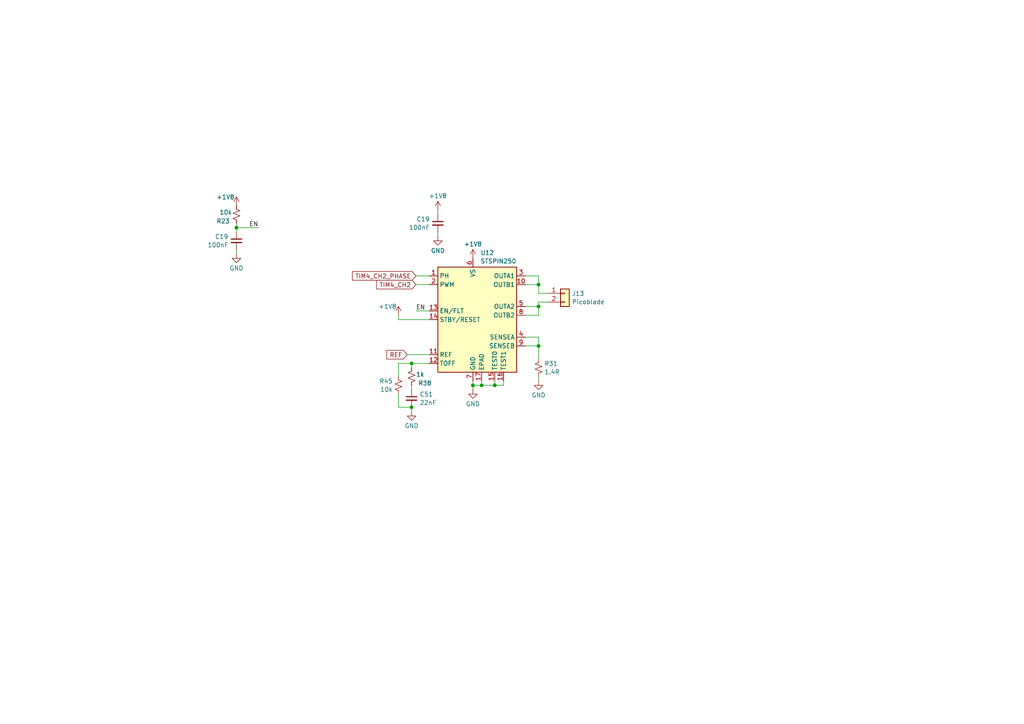
<source format=kicad_sch>
(kicad_sch (version 20230121) (generator eeschema)

  (uuid d3ae3c29-a710-4f7b-94c4-9f99cb159c5b)

  (paper "A4")

  (lib_symbols
    (symbol "Connector_Generic:Conn_01x02" (pin_names (offset 1.016) hide) (in_bom yes) (on_board yes)
      (property "Reference" "J" (at 0 2.54 0)
        (effects (font (size 1.27 1.27)))
      )
      (property "Value" "Conn_01x02" (at 0 -5.08 0)
        (effects (font (size 1.27 1.27)))
      )
      (property "Footprint" "" (at 0 0 0)
        (effects (font (size 1.27 1.27)) hide)
      )
      (property "Datasheet" "~" (at 0 0 0)
        (effects (font (size 1.27 1.27)) hide)
      )
      (property "ki_keywords" "connector" (at 0 0 0)
        (effects (font (size 1.27 1.27)) hide)
      )
      (property "ki_description" "Generic connector, single row, 01x02, script generated (kicad-library-utils/schlib/autogen/connector/)" (at 0 0 0)
        (effects (font (size 1.27 1.27)) hide)
      )
      (property "ki_fp_filters" "Connector*:*_1x??_*" (at 0 0 0)
        (effects (font (size 1.27 1.27)) hide)
      )
      (symbol "Conn_01x02_1_1"
        (rectangle (start -1.27 -2.413) (end 0 -2.667)
          (stroke (width 0.1524) (type default))
          (fill (type none))
        )
        (rectangle (start -1.27 0.127) (end 0 -0.127)
          (stroke (width 0.1524) (type default))
          (fill (type none))
        )
        (rectangle (start -1.27 1.27) (end 1.27 -3.81)
          (stroke (width 0.254) (type default))
          (fill (type background))
        )
        (pin passive line (at -5.08 0 0) (length 3.81)
          (name "Pin_1" (effects (font (size 1.27 1.27))))
          (number "1" (effects (font (size 1.27 1.27))))
        )
        (pin passive line (at -5.08 -2.54 0) (length 3.81)
          (name "Pin_2" (effects (font (size 1.27 1.27))))
          (number "2" (effects (font (size 1.27 1.27))))
        )
      )
    )
    (symbol "Device:C_Small" (pin_numbers hide) (pin_names (offset 0.254) hide) (in_bom yes) (on_board yes)
      (property "Reference" "C" (at 0.254 1.778 0)
        (effects (font (size 1.27 1.27)) (justify left))
      )
      (property "Value" "C_Small" (at 0.254 -2.032 0)
        (effects (font (size 1.27 1.27)) (justify left))
      )
      (property "Footprint" "" (at 0 0 0)
        (effects (font (size 1.27 1.27)) hide)
      )
      (property "Datasheet" "~" (at 0 0 0)
        (effects (font (size 1.27 1.27)) hide)
      )
      (property "ki_keywords" "capacitor cap" (at 0 0 0)
        (effects (font (size 1.27 1.27)) hide)
      )
      (property "ki_description" "Unpolarized capacitor, small symbol" (at 0 0 0)
        (effects (font (size 1.27 1.27)) hide)
      )
      (property "ki_fp_filters" "C_*" (at 0 0 0)
        (effects (font (size 1.27 1.27)) hide)
      )
      (symbol "C_Small_0_1"
        (polyline
          (pts
            (xy -1.524 -0.508)
            (xy 1.524 -0.508)
          )
          (stroke (width 0.3302) (type default))
          (fill (type none))
        )
        (polyline
          (pts
            (xy -1.524 0.508)
            (xy 1.524 0.508)
          )
          (stroke (width 0.3048) (type default))
          (fill (type none))
        )
      )
      (symbol "C_Small_1_1"
        (pin passive line (at 0 2.54 270) (length 2.032)
          (name "~" (effects (font (size 1.27 1.27))))
          (number "1" (effects (font (size 1.27 1.27))))
        )
        (pin passive line (at 0 -2.54 90) (length 2.032)
          (name "~" (effects (font (size 1.27 1.27))))
          (number "2" (effects (font (size 1.27 1.27))))
        )
      )
    )
    (symbol "Device:R_Small_US" (pin_numbers hide) (pin_names (offset 0.254) hide) (in_bom yes) (on_board yes)
      (property "Reference" "R" (at 0.762 0.508 0)
        (effects (font (size 1.27 1.27)) (justify left))
      )
      (property "Value" "R_Small_US" (at 0.762 -1.016 0)
        (effects (font (size 1.27 1.27)) (justify left))
      )
      (property "Footprint" "" (at 0 0 0)
        (effects (font (size 1.27 1.27)) hide)
      )
      (property "Datasheet" "~" (at 0 0 0)
        (effects (font (size 1.27 1.27)) hide)
      )
      (property "ki_keywords" "r resistor" (at 0 0 0)
        (effects (font (size 1.27 1.27)) hide)
      )
      (property "ki_description" "Resistor, small US symbol" (at 0 0 0)
        (effects (font (size 1.27 1.27)) hide)
      )
      (property "ki_fp_filters" "R_*" (at 0 0 0)
        (effects (font (size 1.27 1.27)) hide)
      )
      (symbol "R_Small_US_1_1"
        (polyline
          (pts
            (xy 0 0)
            (xy 1.016 -0.381)
            (xy 0 -0.762)
            (xy -1.016 -1.143)
            (xy 0 -1.524)
          )
          (stroke (width 0) (type default))
          (fill (type none))
        )
        (polyline
          (pts
            (xy 0 1.524)
            (xy 1.016 1.143)
            (xy 0 0.762)
            (xy -1.016 0.381)
            (xy 0 0)
          )
          (stroke (width 0) (type default))
          (fill (type none))
        )
        (pin passive line (at 0 2.54 270) (length 1.016)
          (name "~" (effects (font (size 1.27 1.27))))
          (number "1" (effects (font (size 1.27 1.27))))
        )
        (pin passive line (at 0 -2.54 90) (length 1.016)
          (name "~" (effects (font (size 1.27 1.27))))
          (number "2" (effects (font (size 1.27 1.27))))
        )
      )
    )
    (symbol "components_2:STSPIN250" (in_bom yes) (on_board yes)
      (property "Reference" "U" (at 6.35 21.59 0)
        (effects (font (size 1.27 1.27)))
      )
      (property "Value" "STSPIN250" (at 11.43 19.05 0)
        (effects (font (size 1.27 1.27)))
      )
      (property "Footprint" "" (at 0 24.13 0)
        (effects (font (size 1.27 1.27)) hide)
      )
      (property "Datasheet" "" (at 0 24.13 0)
        (effects (font (size 1.27 1.27)) hide)
      )
      (symbol "STSPIN250_0_1"
        (rectangle (start -10.16 15.24) (end 12.7 -15.24)
          (stroke (width 0.254) (type default))
          (fill (type background))
        )
      )
      (symbol "STSPIN250_1_1"
        (pin input line (at -12.7 12.7 0) (length 2.54)
          (name "PH" (effects (font (size 1.27 1.27))))
          (number "1" (effects (font (size 1.27 1.27))))
        )
        (pin power_out line (at 15.24 10.16 180) (length 2.54)
          (name "OUTB1" (effects (font (size 1.27 1.27))))
          (number "10" (effects (font (size 1.27 1.27))))
        )
        (pin input line (at -12.7 -10.16 0) (length 2.54)
          (name "REF" (effects (font (size 1.27 1.27))))
          (number "11" (effects (font (size 1.27 1.27))))
        )
        (pin input line (at -12.7 -12.7 0) (length 2.54)
          (name "TOFF" (effects (font (size 1.27 1.27))))
          (number "12" (effects (font (size 1.27 1.27))))
        )
        (pin bidirectional line (at -12.7 2.54 0) (length 2.54)
          (name "EN/FLT" (effects (font (size 1.27 1.27))))
          (number "13" (effects (font (size 1.27 1.27))))
        )
        (pin input line (at -12.7 0 0) (length 2.54)
          (name "STBY/RESET" (effects (font (size 1.27 1.27))))
          (number "14" (effects (font (size 1.27 1.27))))
        )
        (pin input line (at 6.35 -17.78 90) (length 2.54)
          (name "TEST0" (effects (font (size 1.27 1.27))))
          (number "15" (effects (font (size 1.27 1.27))))
        )
        (pin input line (at 8.89 -17.78 90) (length 2.54)
          (name "TEST1" (effects (font (size 1.27 1.27))))
          (number "16" (effects (font (size 1.27 1.27))))
        )
        (pin power_in line (at 2.54 -17.78 90) (length 2.54)
          (name "EPAD" (effects (font (size 1.27 1.27))))
          (number "17" (effects (font (size 1.27 1.27))))
        )
        (pin input line (at -12.7 10.16 0) (length 2.54)
          (name "PWM" (effects (font (size 1.27 1.27))))
          (number "2" (effects (font (size 1.27 1.27))))
        )
        (pin power_out line (at 15.24 12.7 180) (length 2.54)
          (name "OUTA1" (effects (font (size 1.27 1.27))))
          (number "3" (effects (font (size 1.27 1.27))))
        )
        (pin power_out line (at 15.24 -5.08 180) (length 2.54)
          (name "SENSEA" (effects (font (size 1.27 1.27))))
          (number "4" (effects (font (size 1.27 1.27))))
        )
        (pin power_out line (at 15.24 3.81 180) (length 2.54)
          (name "OUTA2" (effects (font (size 1.27 1.27))))
          (number "5" (effects (font (size 1.27 1.27))))
        )
        (pin power_in line (at 0 17.78 270) (length 2.54)
          (name "VS" (effects (font (size 1.27 1.27))))
          (number "6" (effects (font (size 1.27 1.27))))
        )
        (pin power_in line (at 0 -17.78 90) (length 2.54)
          (name "GND" (effects (font (size 1.27 1.27))))
          (number "7" (effects (font (size 1.27 1.27))))
        )
        (pin power_out line (at 15.24 1.27 180) (length 2.54)
          (name "OUTB2" (effects (font (size 1.27 1.27))))
          (number "8" (effects (font (size 1.27 1.27))))
        )
        (pin power_out line (at 15.24 -7.62 180) (length 2.54)
          (name "SENSEB" (effects (font (size 1.27 1.27))))
          (number "9" (effects (font (size 1.27 1.27))))
        )
      )
    )
    (symbol "power:+1V8" (power) (pin_names (offset 0)) (in_bom yes) (on_board yes)
      (property "Reference" "#PWR" (at 0 -3.81 0)
        (effects (font (size 1.27 1.27)) hide)
      )
      (property "Value" "+1V8" (at 0 3.556 0)
        (effects (font (size 1.27 1.27)))
      )
      (property "Footprint" "" (at 0 0 0)
        (effects (font (size 1.27 1.27)) hide)
      )
      (property "Datasheet" "" (at 0 0 0)
        (effects (font (size 1.27 1.27)) hide)
      )
      (property "ki_keywords" "global power" (at 0 0 0)
        (effects (font (size 1.27 1.27)) hide)
      )
      (property "ki_description" "Power symbol creates a global label with name \"+1V8\"" (at 0 0 0)
        (effects (font (size 1.27 1.27)) hide)
      )
      (symbol "+1V8_0_1"
        (polyline
          (pts
            (xy -0.762 1.27)
            (xy 0 2.54)
          )
          (stroke (width 0) (type default))
          (fill (type none))
        )
        (polyline
          (pts
            (xy 0 0)
            (xy 0 2.54)
          )
          (stroke (width 0) (type default))
          (fill (type none))
        )
        (polyline
          (pts
            (xy 0 2.54)
            (xy 0.762 1.27)
          )
          (stroke (width 0) (type default))
          (fill (type none))
        )
      )
      (symbol "+1V8_1_1"
        (pin power_in line (at 0 0 90) (length 0) hide
          (name "+1V8" (effects (font (size 1.27 1.27))))
          (number "1" (effects (font (size 1.27 1.27))))
        )
      )
    )
    (symbol "power:GND" (power) (pin_names (offset 0)) (in_bom yes) (on_board yes)
      (property "Reference" "#PWR" (at 0 -6.35 0)
        (effects (font (size 1.27 1.27)) hide)
      )
      (property "Value" "GND" (at 0 -3.81 0)
        (effects (font (size 1.27 1.27)))
      )
      (property "Footprint" "" (at 0 0 0)
        (effects (font (size 1.27 1.27)) hide)
      )
      (property "Datasheet" "" (at 0 0 0)
        (effects (font (size 1.27 1.27)) hide)
      )
      (property "ki_keywords" "global power" (at 0 0 0)
        (effects (font (size 1.27 1.27)) hide)
      )
      (property "ki_description" "Power symbol creates a global label with name \"GND\" , ground" (at 0 0 0)
        (effects (font (size 1.27 1.27)) hide)
      )
      (symbol "GND_0_1"
        (polyline
          (pts
            (xy 0 0)
            (xy 0 -1.27)
            (xy 1.27 -1.27)
            (xy 0 -2.54)
            (xy -1.27 -1.27)
            (xy 0 -1.27)
          )
          (stroke (width 0) (type default))
          (fill (type none))
        )
      )
      (symbol "GND_1_1"
        (pin power_in line (at 0 0 270) (length 0) hide
          (name "GND" (effects (font (size 1.27 1.27))))
          (number "1" (effects (font (size 1.27 1.27))))
        )
      )
    )
  )

  (junction (at 68.58 66.04) (diameter 0) (color 0 0 0 0)
    (uuid 159f042f-3f7f-4762-becc-79c0122210a3)
  )
  (junction (at 156.21 88.9) (diameter 0) (color 0 0 0 0)
    (uuid 434cb4db-e008-497a-ac75-29356549856d)
  )
  (junction (at 156.21 82.55) (diameter 0) (color 0 0 0 0)
    (uuid 73c65292-b353-4b6d-8478-edeff7afb8c7)
  )
  (junction (at 119.38 118.11) (diameter 0) (color 0 0 0 0)
    (uuid 94b6b8c9-8047-4795-9a9c-fb7cd95c839f)
  )
  (junction (at 156.21 100.33) (diameter 0) (color 0 0 0 0)
    (uuid a7a6fb4e-42d6-42a7-bbf0-d6c88e0348fa)
  )
  (junction (at 143.51 111.76) (diameter 0) (color 0 0 0 0)
    (uuid b3b1cf1f-3840-4d7e-9047-79997c3d87d6)
  )
  (junction (at 137.16 111.76) (diameter 0) (color 0 0 0 0)
    (uuid cbccabf5-514d-4f33-a5e2-8afd2e5196d0)
  )
  (junction (at 119.38 105.41) (diameter 0) (color 0 0 0 0)
    (uuid e8e8b19e-38ee-46f6-abe7-2eb9415a0c45)
  )
  (junction (at 139.7 111.76) (diameter 0) (color 0 0 0 0)
    (uuid ef668624-f822-4384-8bde-da48dda47b2b)
  )

  (wire (pts (xy 158.75 87.63) (xy 156.21 87.63))
    (stroke (width 0) (type default))
    (uuid 03cd1acd-860c-41b6-a0cf-6e5051d36e0a)
  )
  (wire (pts (xy 119.38 119.38) (xy 119.38 118.11))
    (stroke (width 0) (type default))
    (uuid 0b449ecc-9c82-4820-8698-d2d4d1a6b484)
  )
  (wire (pts (xy 152.4 91.44) (xy 156.21 91.44))
    (stroke (width 0) (type default))
    (uuid 0eadbab4-a729-4a40-b7f8-df60fec4a64f)
  )
  (wire (pts (xy 115.57 92.71) (xy 124.46 92.71))
    (stroke (width 0) (type default))
    (uuid 0f466d35-9b0b-4ceb-b8cd-ea19adb3e898)
  )
  (wire (pts (xy 143.51 111.76) (xy 143.51 110.49))
    (stroke (width 0) (type default))
    (uuid 19da91f9-6a5f-48be-9fcf-aa2467619f8e)
  )
  (wire (pts (xy 156.21 100.33) (xy 156.21 104.14))
    (stroke (width 0) (type default))
    (uuid 1b9f4e11-f494-4182-b389-bc772a267783)
  )
  (wire (pts (xy 115.57 105.41) (xy 119.38 105.41))
    (stroke (width 0) (type default))
    (uuid 20724527-7776-4670-b0cc-9f7d650e952e)
  )
  (wire (pts (xy 156.21 97.79) (xy 156.21 100.33))
    (stroke (width 0) (type default))
    (uuid 23522f3e-82c7-4660-bf36-698bed9ff747)
  )
  (wire (pts (xy 115.57 105.41) (xy 115.57 109.22))
    (stroke (width 0) (type default))
    (uuid 266f7f8c-85f0-4bfc-ac14-3e43d1278dbb)
  )
  (wire (pts (xy 118.11 102.87) (xy 124.46 102.87))
    (stroke (width 0) (type default))
    (uuid 281cc014-5e66-4632-bf75-9540f4ceba37)
  )
  (wire (pts (xy 139.7 111.76) (xy 143.51 111.76))
    (stroke (width 0) (type default))
    (uuid 2c7a6d3a-27d4-47e9-a4c8-a2f54c3346dd)
  )
  (wire (pts (xy 115.57 91.44) (xy 115.57 92.71))
    (stroke (width 0) (type default))
    (uuid 2e373b68-696b-43be-8c67-9f63ce48e298)
  )
  (wire (pts (xy 119.38 111.76) (xy 119.38 113.03))
    (stroke (width 0) (type default))
    (uuid 2e7aa4f7-2f59-45c0-9c9e-df1fa5d386ac)
  )
  (wire (pts (xy 120.65 80.01) (xy 124.46 80.01))
    (stroke (width 0) (type default))
    (uuid 3ba91adc-876b-4126-901c-b600894d5e16)
  )
  (wire (pts (xy 156.21 88.9) (xy 156.21 91.44))
    (stroke (width 0) (type default))
    (uuid 445ea813-6607-4352-8695-0473fe659a8a)
  )
  (wire (pts (xy 137.16 111.76) (xy 137.16 113.03))
    (stroke (width 0) (type default))
    (uuid 45a19862-9131-4617-be6d-7f257a3c5054)
  )
  (wire (pts (xy 139.7 111.76) (xy 139.7 110.49))
    (stroke (width 0) (type default))
    (uuid 487c0dd1-8201-4f33-b8f2-393144b038f8)
  )
  (wire (pts (xy 146.05 111.76) (xy 146.05 110.49))
    (stroke (width 0) (type default))
    (uuid 4ce01599-ccbc-4594-b42d-d099858787a8)
  )
  (wire (pts (xy 68.58 66.04) (xy 68.58 67.31))
    (stroke (width 0) (type default))
    (uuid 5aa3fd0c-b674-437b-b8e4-010697eafcfc)
  )
  (wire (pts (xy 137.16 110.49) (xy 137.16 111.76))
    (stroke (width 0) (type default))
    (uuid 603a7429-cd78-4607-ab5d-caf3dfa7385e)
  )
  (wire (pts (xy 156.21 85.09) (xy 158.75 85.09))
    (stroke (width 0) (type default))
    (uuid 6d3e1bae-fd32-4e05-b28b-78396ec183c2)
  )
  (wire (pts (xy 68.58 64.77) (xy 68.58 66.04))
    (stroke (width 0) (type default))
    (uuid 72d3a826-eb7c-418d-926c-bf65a5246dcb)
  )
  (wire (pts (xy 127 67.31) (xy 127 68.58))
    (stroke (width 0) (type default))
    (uuid 78851fe2-9688-4dbc-9a81-e27ce981c1f3)
  )
  (wire (pts (xy 156.21 82.55) (xy 156.21 85.09))
    (stroke (width 0) (type default))
    (uuid 815d45b0-8540-4fa8-8a69-4ab3476e3638)
  )
  (wire (pts (xy 152.4 82.55) (xy 156.21 82.55))
    (stroke (width 0) (type default))
    (uuid 911ea3c5-c522-48e4-b8b7-ffe02eb55a93)
  )
  (wire (pts (xy 143.51 111.76) (xy 146.05 111.76))
    (stroke (width 0) (type default))
    (uuid 91d6b792-46f7-47f9-91e4-44f1397bc96d)
  )
  (wire (pts (xy 152.4 97.79) (xy 156.21 97.79))
    (stroke (width 0) (type default))
    (uuid a13d80eb-dd9f-4a70-b224-482e1c96e3df)
  )
  (wire (pts (xy 156.21 88.9) (xy 152.4 88.9))
    (stroke (width 0) (type default))
    (uuid a660deba-e634-41a5-9be9-1acdd54ca362)
  )
  (wire (pts (xy 152.4 100.33) (xy 156.21 100.33))
    (stroke (width 0) (type default))
    (uuid b7184f51-76fc-4818-af53-3af825e81bd1)
  )
  (wire (pts (xy 115.57 118.11) (xy 119.38 118.11))
    (stroke (width 0) (type default))
    (uuid c318da2f-fddf-4636-993e-5bc7cca1beac)
  )
  (wire (pts (xy 68.58 72.39) (xy 68.58 73.66))
    (stroke (width 0) (type default))
    (uuid cb157999-9d52-48f0-b639-d4f2b7ca292c)
  )
  (wire (pts (xy 156.21 80.01) (xy 156.21 82.55))
    (stroke (width 0) (type default))
    (uuid df2ba190-63ee-43e9-80ec-603bc7b1877f)
  )
  (wire (pts (xy 137.16 111.76) (xy 139.7 111.76))
    (stroke (width 0) (type default))
    (uuid e3059f48-6eba-4772-a1e5-7160201bb03c)
  )
  (wire (pts (xy 120.65 90.17) (xy 124.46 90.17))
    (stroke (width 0) (type default))
    (uuid e9a31b84-fa76-47dc-b181-4530f0359c14)
  )
  (wire (pts (xy 156.21 109.22) (xy 156.21 110.49))
    (stroke (width 0) (type default))
    (uuid eb020714-22ff-400a-b95c-78631cd48784)
  )
  (wire (pts (xy 120.65 82.55) (xy 124.46 82.55))
    (stroke (width 0) (type default))
    (uuid f0ce0e18-839e-472b-9019-f4d4981050b0)
  )
  (wire (pts (xy 119.38 105.41) (xy 119.38 106.68))
    (stroke (width 0) (type default))
    (uuid f1eb8655-58c5-4a22-8f79-c4cc1f1bf9d1)
  )
  (wire (pts (xy 127 60.96) (xy 127 62.23))
    (stroke (width 0) (type default))
    (uuid f720122c-4380-418b-9614-9675d2e484e4)
  )
  (wire (pts (xy 115.57 114.3) (xy 115.57 118.11))
    (stroke (width 0) (type default))
    (uuid f7316a7e-2476-4819-8fb7-96fb7a77e1e5)
  )
  (wire (pts (xy 119.38 105.41) (xy 124.46 105.41))
    (stroke (width 0) (type default))
    (uuid f7a28afd-0294-4a52-a35d-87b0cb052b0f)
  )
  (wire (pts (xy 68.58 66.04) (xy 74.93 66.04))
    (stroke (width 0) (type default))
    (uuid f8f104c8-8ebf-42d4-bfc0-cdbc2d5198bc)
  )
  (wire (pts (xy 156.21 87.63) (xy 156.21 88.9))
    (stroke (width 0) (type default))
    (uuid fd07932c-b6c9-4dc1-bdde-48111e3bddea)
  )
  (wire (pts (xy 152.4 80.01) (xy 156.21 80.01))
    (stroke (width 0) (type default))
    (uuid fd3999ed-52e0-460b-b2ea-b4287d468792)
  )

  (label "EN" (at 74.93 66.04 180) (fields_autoplaced)
    (effects (font (size 1.27 1.27)) (justify right bottom))
    (uuid a8fe293f-6e88-4166-98e6-c0ba27404789)
  )
  (label "EN" (at 120.65 90.17 0) (fields_autoplaced)
    (effects (font (size 1.27 1.27)) (justify left bottom))
    (uuid cc3ae181-a2dc-4730-89a8-d239b9afe088)
  )

  (global_label "TIM4_CH2_PHASE" (shape input) (at 120.65 80.01 180) (fields_autoplaced)
    (effects (font (size 1.27 1.27)) (justify right))
    (uuid 51879af3-4e27-48f3-96fd-bf12827429e0)
    (property "Intersheetrefs" "${INTERSHEET_REFS}" (at 101.6387 80.01 0)
      (effects (font (size 1.27 1.27)) (justify right) hide)
    )
  )
  (global_label "TIM4_CH2" (shape input) (at 120.65 82.55 180) (fields_autoplaced)
    (effects (font (size 1.27 1.27)) (justify right))
    (uuid da5992ea-31d3-44ad-86b9-e0c8501ecfd2)
    (property "Intersheetrefs" "${INTERSHEET_REFS}" (at 108.6539 82.55 0)
      (effects (font (size 1.27 1.27)) (justify right) hide)
    )
  )
  (global_label "REF" (shape input) (at 118.11 102.87 180) (fields_autoplaced)
    (effects (font (size 1.27 1.27)) (justify right))
    (uuid e9a0323b-e383-4a73-ad4d-e518448aa63d)
    (property "Intersheetrefs" "${INTERSHEET_REFS}" (at 111.6172 102.87 0)
      (effects (font (size 1.27 1.27)) (justify right) hide)
    )
  )

  (symbol (lib_id "components_2:STSPIN250") (at 137.16 92.71 0) (unit 1)
    (in_bom yes) (on_board yes) (dnp no) (fields_autoplaced)
    (uuid 19eeca92-6ca8-4a31-b672-8fde65669788)
    (property "Reference" "U12" (at 139.3541 73.3257 0)
      (effects (font (size 1.27 1.27)) (justify left))
    )
    (property "Value" "STSPIN250" (at 139.3541 75.7499 0)
      (effects (font (size 1.27 1.27)) (justify left))
    )
    (property "Footprint" "Ultra_librarian:VFQFPN16_STSPIN_STM" (at 137.16 68.58 0)
      (effects (font (size 1.27 1.27)) hide)
    )
    (property "Datasheet" "" (at 137.16 68.58 0)
      (effects (font (size 1.27 1.27)) hide)
    )
    (property "LCSC" "C155561" (at 137.16 92.71 0)
      (effects (font (size 1.27 1.27)) hide)
    )
    (pin "1" (uuid e46c6c14-ad89-41e7-8adc-19629b9363a5))
    (pin "10" (uuid 97811da0-6c20-4a56-8acc-ede948d652a4))
    (pin "11" (uuid 6cd8da83-5e41-42b5-9795-1502d753ce59))
    (pin "12" (uuid 5072d2bc-849c-45b0-86a6-f246efd8c396))
    (pin "13" (uuid 4e2c5edb-598c-4673-981e-bcf1a29386c7))
    (pin "14" (uuid ed236e16-818c-40c0-8947-e853eeccb1af))
    (pin "15" (uuid 027bc0af-25d8-4ee4-b50a-e4daa7fb83c4))
    (pin "16" (uuid 1f78152d-2d05-4851-8d13-4c6d33a2c056))
    (pin "17" (uuid 2a41c778-4014-4d8b-a467-265f45364098))
    (pin "2" (uuid d0ed151e-5bd0-4e9e-9f18-83566a9c2c95))
    (pin "3" (uuid e5cded07-f179-4277-acae-df617063fae1))
    (pin "4" (uuid 7dcbdaa4-9ce3-441b-bc2b-1453d2e23489))
    (pin "5" (uuid 73c7dc44-4717-45ba-9c72-8d83ddba3050))
    (pin "6" (uuid b625d927-c8b1-4d35-b443-f77956de00b2))
    (pin "7" (uuid fac90f5f-7773-4d00-a29d-cf122037bab4))
    (pin "8" (uuid a5d3c886-c924-40c6-89f2-10d7a9adb180))
    (pin "9" (uuid 917c6d82-403f-49be-8bb7-e6186ace1d0d))
    (instances
      (project "KASM_PCB_REV1"
        (path "/bcd76057-59fd-41c5-bb52-9bafb2ef74e0/04e958db-aa3d-41e7-905b-1283accbf3a5"
          (reference "U12") (unit 1)
        )
        (path "/bcd76057-59fd-41c5-bb52-9bafb2ef74e0/04e958db-aa3d-41e7-905b-1283accbf3a5/18dc00ae-3159-4780-b672-12977f79e5ac"
          (reference "U5") (unit 1)
        )
        (path "/bcd76057-59fd-41c5-bb52-9bafb2ef74e0/04e958db-aa3d-41e7-905b-1283accbf3a5/0e4a8bf2-0dd0-4daf-93f5-21aaab6e9079"
          (reference "U12") (unit 1)
        )
        (path "/bcd76057-59fd-41c5-bb52-9bafb2ef74e0/04e958db-aa3d-41e7-905b-1283accbf3a5/fa3e3175-0ec2-4c23-918b-18b69f6d22c9"
          (reference "U7") (unit 1)
        )
        (path "/bcd76057-59fd-41c5-bb52-9bafb2ef74e0/04e958db-aa3d-41e7-905b-1283accbf3a5/5eb57887-e81e-4477-9dd7-7aacc0de0d0b"
          (reference "U34") (unit 1)
        )
        (path "/bcd76057-59fd-41c5-bb52-9bafb2ef74e0/04e958db-aa3d-41e7-905b-1283accbf3a5/e0928f68-e618-4bed-a90d-d4217e4537fe"
          (reference "U35") (unit 1)
        )
        (path "/bcd76057-59fd-41c5-bb52-9bafb2ef74e0/04e958db-aa3d-41e7-905b-1283accbf3a5/035548b8-a31f-4ce4-88ad-eb25e49c8086"
          (reference "U36") (unit 1)
        )
        (path "/bcd76057-59fd-41c5-bb52-9bafb2ef74e0/04e958db-aa3d-41e7-905b-1283accbf3a5/ea7abcee-3bcc-4e0d-ba1f-bfc5afeaff56"
          (reference "U37") (unit 1)
        )
        (path "/bcd76057-59fd-41c5-bb52-9bafb2ef74e0/04e958db-aa3d-41e7-905b-1283accbf3a5/d43b2610-0e88-49f5-accf-91021c3a3747"
          (reference "U38") (unit 1)
        )
        (path "/bcd76057-59fd-41c5-bb52-9bafb2ef74e0/04e958db-aa3d-41e7-905b-1283accbf3a5/183aa310-3222-4137-baac-257f5699b820"
          (reference "U39") (unit 1)
        )
        (path "/bcd76057-59fd-41c5-bb52-9bafb2ef74e0/04e958db-aa3d-41e7-905b-1283accbf3a5/517c7ed0-094c-4bf8-893e-b74da427973a"
          (reference "U40") (unit 1)
        )
        (path "/bcd76057-59fd-41c5-bb52-9bafb2ef74e0/04e958db-aa3d-41e7-905b-1283accbf3a5/31bee4a8-b94d-44ab-a7b7-0e5ab7943934"
          (reference "U41") (unit 1)
        )
        (path "/bcd76057-59fd-41c5-bb52-9bafb2ef74e0/04e958db-aa3d-41e7-905b-1283accbf3a5/3c7f0f67-84e4-46e0-ae69-a3c8008fc518"
          (reference "U42") (unit 1)
        )
        (path "/bcd76057-59fd-41c5-bb52-9bafb2ef74e0/04e958db-aa3d-41e7-905b-1283accbf3a5/09624144-9abc-4214-b8b3-19be92fa01bb"
          (reference "U43") (unit 1)
        )
        (path "/bcd76057-59fd-41c5-bb52-9bafb2ef74e0/04e958db-aa3d-41e7-905b-1283accbf3a5/f3d20732-cdac-44e3-a331-3cd31b97ff57"
          (reference "U45") (unit 1)
        )
        (path "/bcd76057-59fd-41c5-bb52-9bafb2ef74e0/04e958db-aa3d-41e7-905b-1283accbf3a5/d282b751-7721-4014-b2b7-469980c2fd3d"
          (reference "U46") (unit 1)
        )
        (path "/bcd76057-59fd-41c5-bb52-9bafb2ef74e0/04e958db-aa3d-41e7-905b-1283accbf3a5/2f342150-1aa1-4808-811e-c8652a7360ed"
          (reference "U47") (unit 1)
        )
        (path "/bcd76057-59fd-41c5-bb52-9bafb2ef74e0/04e958db-aa3d-41e7-905b-1283accbf3a5/880b3b36-85e8-4c3c-aa09-491ac2842d9f"
          (reference "U48") (unit 1)
        )
        (path "/bcd76057-59fd-41c5-bb52-9bafb2ef74e0/04e958db-aa3d-41e7-905b-1283accbf3a5/a00a6dc6-5da7-4e1f-b4ec-6af8efc204f4"
          (reference "U49") (unit 1)
        )
        (path "/bcd76057-59fd-41c5-bb52-9bafb2ef74e0/04e958db-aa3d-41e7-905b-1283accbf3a5/fb97f32a-344e-42d0-80a3-2f30f649c95b"
          (reference "U50") (unit 1)
        )
        (path "/bcd76057-59fd-41c5-bb52-9bafb2ef74e0/04e958db-aa3d-41e7-905b-1283accbf3a5/758d2951-640e-4c88-be12-1a100eb086a5"
          (reference "U51") (unit 1)
        )
        (path "/bcd76057-59fd-41c5-bb52-9bafb2ef74e0/04e958db-aa3d-41e7-905b-1283accbf3a5/1e6d7f69-4122-453e-9254-d2339f5150d7"
          (reference "U52") (unit 1)
        )
        (path "/bcd76057-59fd-41c5-bb52-9bafb2ef74e0/04e958db-aa3d-41e7-905b-1283accbf3a5/cc8e9e82-b38f-4c96-81d0-3ca8ac77f771"
          (reference "U53") (unit 1)
        )
        (path "/bcd76057-59fd-41c5-bb52-9bafb2ef74e0/04e958db-aa3d-41e7-905b-1283accbf3a5/b1894ed9-6a63-4439-a2e8-1827c3e49ee7"
          (reference "U54") (unit 1)
        )
        (path "/bcd76057-59fd-41c5-bb52-9bafb2ef74e0/04e958db-aa3d-41e7-905b-1283accbf3a5/a49d49c7-da1f-4137-a620-bdc9f58595d1"
          (reference "U55") (unit 1)
        )
        (path "/bcd76057-59fd-41c5-bb52-9bafb2ef74e0/04e958db-aa3d-41e7-905b-1283accbf3a5/80cd4e08-0efe-488f-8e92-54beb1b4d1f2"
          (reference "U56") (unit 1)
        )
        (path "/bcd76057-59fd-41c5-bb52-9bafb2ef74e0/04e958db-aa3d-41e7-905b-1283accbf3a5/317da025-5f62-4c93-8d06-7954e608af1c"
          (reference "U57") (unit 1)
        )
        (path "/bcd76057-59fd-41c5-bb52-9bafb2ef74e0/04e958db-aa3d-41e7-905b-1283accbf3a5/debcf873-ffd9-4218-a838-354e10f40114"
          (reference "U44") (unit 1)
        )
      )
    )
  )

  (symbol (lib_id "power:GND") (at 119.38 119.38 0) (unit 1)
    (in_bom yes) (on_board yes) (dnp no)
    (uuid 1b560aea-f1d1-4242-9055-9226e0b1f112)
    (property "Reference" "#PWR0113" (at 119.38 125.73 0)
      (effects (font (size 1.27 1.27)) hide)
    )
    (property "Value" "GND" (at 119.38 123.5131 0)
      (effects (font (size 1.27 1.27)))
    )
    (property "Footprint" "" (at 119.38 119.38 0)
      (effects (font (size 1.27 1.27)) hide)
    )
    (property "Datasheet" "" (at 119.38 119.38 0)
      (effects (font (size 1.27 1.27)) hide)
    )
    (pin "1" (uuid 4637a27a-c5c6-4311-b6dc-3fecae4bd51a))
    (instances
      (project "KASM_PCB_REV1"
        (path "/bcd76057-59fd-41c5-bb52-9bafb2ef74e0/04e958db-aa3d-41e7-905b-1283accbf3a5"
          (reference "#PWR0113") (unit 1)
        )
        (path "/bcd76057-59fd-41c5-bb52-9bafb2ef74e0/04e958db-aa3d-41e7-905b-1283accbf3a5/18dc00ae-3159-4780-b672-12977f79e5ac"
          (reference "#PWR0106") (unit 1)
        )
        (path "/bcd76057-59fd-41c5-bb52-9bafb2ef74e0/04e958db-aa3d-41e7-905b-1283accbf3a5/0e4a8bf2-0dd0-4daf-93f5-21aaab6e9079"
          (reference "#PWR0262") (unit 1)
        )
        (path "/bcd76057-59fd-41c5-bb52-9bafb2ef74e0/04e958db-aa3d-41e7-905b-1283accbf3a5/fa3e3175-0ec2-4c23-918b-18b69f6d22c9"
          (reference "#PWR0108") (unit 1)
        )
        (path "/bcd76057-59fd-41c5-bb52-9bafb2ef74e0/04e958db-aa3d-41e7-905b-1283accbf3a5/5eb57887-e81e-4477-9dd7-7aacc0de0d0b"
          (reference "#PWR0269") (unit 1)
        )
        (path "/bcd76057-59fd-41c5-bb52-9bafb2ef74e0/04e958db-aa3d-41e7-905b-1283accbf3a5/e0928f68-e618-4bed-a90d-d4217e4537fe"
          (reference "#PWR0276") (unit 1)
        )
        (path "/bcd76057-59fd-41c5-bb52-9bafb2ef74e0/04e958db-aa3d-41e7-905b-1283accbf3a5/035548b8-a31f-4ce4-88ad-eb25e49c8086"
          (reference "#PWR0283") (unit 1)
        )
        (path "/bcd76057-59fd-41c5-bb52-9bafb2ef74e0/04e958db-aa3d-41e7-905b-1283accbf3a5/ea7abcee-3bcc-4e0d-ba1f-bfc5afeaff56"
          (reference "#PWR0290") (unit 1)
        )
        (path "/bcd76057-59fd-41c5-bb52-9bafb2ef74e0/04e958db-aa3d-41e7-905b-1283accbf3a5/d43b2610-0e88-49f5-accf-91021c3a3747"
          (reference "#PWR0297") (unit 1)
        )
        (path "/bcd76057-59fd-41c5-bb52-9bafb2ef74e0/04e958db-aa3d-41e7-905b-1283accbf3a5/183aa310-3222-4137-baac-257f5699b820"
          (reference "#PWR0304") (unit 1)
        )
        (path "/bcd76057-59fd-41c5-bb52-9bafb2ef74e0/04e958db-aa3d-41e7-905b-1283accbf3a5/517c7ed0-094c-4bf8-893e-b74da427973a"
          (reference "#PWR0311") (unit 1)
        )
        (path "/bcd76057-59fd-41c5-bb52-9bafb2ef74e0/04e958db-aa3d-41e7-905b-1283accbf3a5/31bee4a8-b94d-44ab-a7b7-0e5ab7943934"
          (reference "#PWR0318") (unit 1)
        )
        (path "/bcd76057-59fd-41c5-bb52-9bafb2ef74e0/04e958db-aa3d-41e7-905b-1283accbf3a5/3c7f0f67-84e4-46e0-ae69-a3c8008fc518"
          (reference "#PWR0325") (unit 1)
        )
        (path "/bcd76057-59fd-41c5-bb52-9bafb2ef74e0/04e958db-aa3d-41e7-905b-1283accbf3a5/09624144-9abc-4214-b8b3-19be92fa01bb"
          (reference "#PWR0332") (unit 1)
        )
        (path "/bcd76057-59fd-41c5-bb52-9bafb2ef74e0/04e958db-aa3d-41e7-905b-1283accbf3a5/f3d20732-cdac-44e3-a331-3cd31b97ff57"
          (reference "#PWR0346") (unit 1)
        )
        (path "/bcd76057-59fd-41c5-bb52-9bafb2ef74e0/04e958db-aa3d-41e7-905b-1283accbf3a5/d282b751-7721-4014-b2b7-469980c2fd3d"
          (reference "#PWR0353") (unit 1)
        )
        (path "/bcd76057-59fd-41c5-bb52-9bafb2ef74e0/04e958db-aa3d-41e7-905b-1283accbf3a5/2f342150-1aa1-4808-811e-c8652a7360ed"
          (reference "#PWR0360") (unit 1)
        )
        (path "/bcd76057-59fd-41c5-bb52-9bafb2ef74e0/04e958db-aa3d-41e7-905b-1283accbf3a5/880b3b36-85e8-4c3c-aa09-491ac2842d9f"
          (reference "#PWR0367") (unit 1)
        )
        (path "/bcd76057-59fd-41c5-bb52-9bafb2ef74e0/04e958db-aa3d-41e7-905b-1283accbf3a5/a00a6dc6-5da7-4e1f-b4ec-6af8efc204f4"
          (reference "#PWR0374") (unit 1)
        )
        (path "/bcd76057-59fd-41c5-bb52-9bafb2ef74e0/04e958db-aa3d-41e7-905b-1283accbf3a5/fb97f32a-344e-42d0-80a3-2f30f649c95b"
          (reference "#PWR0381") (unit 1)
        )
        (path "/bcd76057-59fd-41c5-bb52-9bafb2ef74e0/04e958db-aa3d-41e7-905b-1283accbf3a5/758d2951-640e-4c88-be12-1a100eb086a5"
          (reference "#PWR0388") (unit 1)
        )
        (path "/bcd76057-59fd-41c5-bb52-9bafb2ef74e0/04e958db-aa3d-41e7-905b-1283accbf3a5/1e6d7f69-4122-453e-9254-d2339f5150d7"
          (reference "#PWR0395") (unit 1)
        )
        (path "/bcd76057-59fd-41c5-bb52-9bafb2ef74e0/04e958db-aa3d-41e7-905b-1283accbf3a5/cc8e9e82-b38f-4c96-81d0-3ca8ac77f771"
          (reference "#PWR0402") (unit 1)
        )
        (path "/bcd76057-59fd-41c5-bb52-9bafb2ef74e0/04e958db-aa3d-41e7-905b-1283accbf3a5/b1894ed9-6a63-4439-a2e8-1827c3e49ee7"
          (reference "#PWR0409") (unit 1)
        )
        (path "/bcd76057-59fd-41c5-bb52-9bafb2ef74e0/04e958db-aa3d-41e7-905b-1283accbf3a5/a49d49c7-da1f-4137-a620-bdc9f58595d1"
          (reference "#PWR0416") (unit 1)
        )
        (path "/bcd76057-59fd-41c5-bb52-9bafb2ef74e0/04e958db-aa3d-41e7-905b-1283accbf3a5/80cd4e08-0efe-488f-8e92-54beb1b4d1f2"
          (reference "#PWR0423") (unit 1)
        )
        (path "/bcd76057-59fd-41c5-bb52-9bafb2ef74e0/04e958db-aa3d-41e7-905b-1283accbf3a5/317da025-5f62-4c93-8d06-7954e608af1c"
          (reference "#PWR0430") (unit 1)
        )
        (path "/bcd76057-59fd-41c5-bb52-9bafb2ef74e0/04e958db-aa3d-41e7-905b-1283accbf3a5/debcf873-ffd9-4218-a838-354e10f40114"
          (reference "#PWR0339") (unit 1)
        )
      )
    )
  )

  (symbol (lib_id "Device:R_Small_US") (at 115.57 111.76 0) (unit 1)
    (in_bom yes) (on_board yes) (dnp no)
    (uuid 1c0f638b-f20f-4b2e-b1b4-83a656ba64a2)
    (property "Reference" "R45" (at 113.919 110.5479 0)
      (effects (font (size 1.27 1.27)) (justify right))
    )
    (property "Value" "10k" (at 113.919 112.9721 0)
      (effects (font (size 1.27 1.27)) (justify right))
    )
    (property "Footprint" "Resistor_SMD:R_0402_1005Metric" (at 115.57 111.76 0)
      (effects (font (size 1.27 1.27)) hide)
    )
    (property "Datasheet" "~" (at 115.57 111.76 0)
      (effects (font (size 1.27 1.27)) hide)
    )
    (property "LCSC" "C25744" (at 115.57 111.76 0)
      (effects (font (size 1.27 1.27)) hide)
    )
    (pin "1" (uuid 32b177db-daf9-4a6b-9c8f-4c4a6aa2c23e))
    (pin "2" (uuid 07fe93d4-1469-4ba6-a4b1-0eeff5425a0e))
    (instances
      (project "KASM_PCB_REV1"
        (path "/bcd76057-59fd-41c5-bb52-9bafb2ef74e0/04e958db-aa3d-41e7-905b-1283accbf3a5"
          (reference "R45") (unit 1)
        )
        (path "/bcd76057-59fd-41c5-bb52-9bafb2ef74e0/04e958db-aa3d-41e7-905b-1283accbf3a5/18dc00ae-3159-4780-b672-12977f79e5ac"
          (reference "R45") (unit 1)
        )
        (path "/bcd76057-59fd-41c5-bb52-9bafb2ef74e0/04e958db-aa3d-41e7-905b-1283accbf3a5/0e4a8bf2-0dd0-4daf-93f5-21aaab6e9079"
          (reference "R110") (unit 1)
        )
        (path "/bcd76057-59fd-41c5-bb52-9bafb2ef74e0/04e958db-aa3d-41e7-905b-1283accbf3a5/fa3e3175-0ec2-4c23-918b-18b69f6d22c9"
          (reference "R40") (unit 1)
        )
        (path "/bcd76057-59fd-41c5-bb52-9bafb2ef74e0/04e958db-aa3d-41e7-905b-1283accbf3a5/5eb57887-e81e-4477-9dd7-7aacc0de0d0b"
          (reference "R113") (unit 1)
        )
        (path "/bcd76057-59fd-41c5-bb52-9bafb2ef74e0/04e958db-aa3d-41e7-905b-1283accbf3a5/e0928f68-e618-4bed-a90d-d4217e4537fe"
          (reference "R116") (unit 1)
        )
        (path "/bcd76057-59fd-41c5-bb52-9bafb2ef74e0/04e958db-aa3d-41e7-905b-1283accbf3a5/035548b8-a31f-4ce4-88ad-eb25e49c8086"
          (reference "R119") (unit 1)
        )
        (path "/bcd76057-59fd-41c5-bb52-9bafb2ef74e0/04e958db-aa3d-41e7-905b-1283accbf3a5/ea7abcee-3bcc-4e0d-ba1f-bfc5afeaff56"
          (reference "R122") (unit 1)
        )
        (path "/bcd76057-59fd-41c5-bb52-9bafb2ef74e0/04e958db-aa3d-41e7-905b-1283accbf3a5/d43b2610-0e88-49f5-accf-91021c3a3747"
          (reference "R125") (unit 1)
        )
        (path "/bcd76057-59fd-41c5-bb52-9bafb2ef74e0/04e958db-aa3d-41e7-905b-1283accbf3a5/183aa310-3222-4137-baac-257f5699b820"
          (reference "R128") (unit 1)
        )
        (path "/bcd76057-59fd-41c5-bb52-9bafb2ef74e0/04e958db-aa3d-41e7-905b-1283accbf3a5/517c7ed0-094c-4bf8-893e-b74da427973a"
          (reference "R131") (unit 1)
        )
        (path "/bcd76057-59fd-41c5-bb52-9bafb2ef74e0/04e958db-aa3d-41e7-905b-1283accbf3a5/31bee4a8-b94d-44ab-a7b7-0e5ab7943934"
          (reference "R134") (unit 1)
        )
        (path "/bcd76057-59fd-41c5-bb52-9bafb2ef74e0/04e958db-aa3d-41e7-905b-1283accbf3a5/3c7f0f67-84e4-46e0-ae69-a3c8008fc518"
          (reference "R137") (unit 1)
        )
        (path "/bcd76057-59fd-41c5-bb52-9bafb2ef74e0/04e958db-aa3d-41e7-905b-1283accbf3a5/09624144-9abc-4214-b8b3-19be92fa01bb"
          (reference "R140") (unit 1)
        )
        (path "/bcd76057-59fd-41c5-bb52-9bafb2ef74e0/04e958db-aa3d-41e7-905b-1283accbf3a5/f3d20732-cdac-44e3-a331-3cd31b97ff57"
          (reference "R146") (unit 1)
        )
        (path "/bcd76057-59fd-41c5-bb52-9bafb2ef74e0/04e958db-aa3d-41e7-905b-1283accbf3a5/d282b751-7721-4014-b2b7-469980c2fd3d"
          (reference "R149") (unit 1)
        )
        (path "/bcd76057-59fd-41c5-bb52-9bafb2ef74e0/04e958db-aa3d-41e7-905b-1283accbf3a5/2f342150-1aa1-4808-811e-c8652a7360ed"
          (reference "R152") (unit 1)
        )
        (path "/bcd76057-59fd-41c5-bb52-9bafb2ef74e0/04e958db-aa3d-41e7-905b-1283accbf3a5/880b3b36-85e8-4c3c-aa09-491ac2842d9f"
          (reference "R155") (unit 1)
        )
        (path "/bcd76057-59fd-41c5-bb52-9bafb2ef74e0/04e958db-aa3d-41e7-905b-1283accbf3a5/a00a6dc6-5da7-4e1f-b4ec-6af8efc204f4"
          (reference "R158") (unit 1)
        )
        (path "/bcd76057-59fd-41c5-bb52-9bafb2ef74e0/04e958db-aa3d-41e7-905b-1283accbf3a5/fb97f32a-344e-42d0-80a3-2f30f649c95b"
          (reference "R161") (unit 1)
        )
        (path "/bcd76057-59fd-41c5-bb52-9bafb2ef74e0/04e958db-aa3d-41e7-905b-1283accbf3a5/758d2951-640e-4c88-be12-1a100eb086a5"
          (reference "R164") (unit 1)
        )
        (path "/bcd76057-59fd-41c5-bb52-9bafb2ef74e0/04e958db-aa3d-41e7-905b-1283accbf3a5/1e6d7f69-4122-453e-9254-d2339f5150d7"
          (reference "R167") (unit 1)
        )
        (path "/bcd76057-59fd-41c5-bb52-9bafb2ef74e0/04e958db-aa3d-41e7-905b-1283accbf3a5/cc8e9e82-b38f-4c96-81d0-3ca8ac77f771"
          (reference "R170") (unit 1)
        )
        (path "/bcd76057-59fd-41c5-bb52-9bafb2ef74e0/04e958db-aa3d-41e7-905b-1283accbf3a5/b1894ed9-6a63-4439-a2e8-1827c3e49ee7"
          (reference "R173") (unit 1)
        )
        (path "/bcd76057-59fd-41c5-bb52-9bafb2ef74e0/04e958db-aa3d-41e7-905b-1283accbf3a5/a49d49c7-da1f-4137-a620-bdc9f58595d1"
          (reference "R176") (unit 1)
        )
        (path "/bcd76057-59fd-41c5-bb52-9bafb2ef74e0/04e958db-aa3d-41e7-905b-1283accbf3a5/80cd4e08-0efe-488f-8e92-54beb1b4d1f2"
          (reference "R179") (unit 1)
        )
        (path "/bcd76057-59fd-41c5-bb52-9bafb2ef74e0/04e958db-aa3d-41e7-905b-1283accbf3a5/317da025-5f62-4c93-8d06-7954e608af1c"
          (reference "R182") (unit 1)
        )
        (path "/bcd76057-59fd-41c5-bb52-9bafb2ef74e0/04e958db-aa3d-41e7-905b-1283accbf3a5/debcf873-ffd9-4218-a838-354e10f40114"
          (reference "R143") (unit 1)
        )
      )
    )
  )

  (symbol (lib_id "Device:C_Small") (at 119.38 115.57 0) (unit 1)
    (in_bom yes) (on_board yes) (dnp no)
    (uuid 2782306e-b156-4b63-ae9d-a4809019075d)
    (property "Reference" "C51" (at 121.7041 114.3642 0)
      (effects (font (size 1.27 1.27)) (justify left))
    )
    (property "Value" "22nF" (at 121.7041 116.7884 0)
      (effects (font (size 1.27 1.27)) (justify left))
    )
    (property "Footprint" "Capacitor_SMD:C_0402_1005Metric" (at 119.38 115.57 0)
      (effects (font (size 1.27 1.27)) hide)
    )
    (property "Datasheet" "~" (at 119.38 115.57 0)
      (effects (font (size 1.27 1.27)) hide)
    )
    (property "LCSC" "C1532" (at 119.38 115.57 0)
      (effects (font (size 1.27 1.27)) hide)
    )
    (pin "1" (uuid 45cc038a-6790-4cfb-91c4-5c23167940f5))
    (pin "2" (uuid d4512f2d-7735-4fc1-a4ef-1aaab42564c2))
    (instances
      (project "KASM_PCB_REV1"
        (path "/bcd76057-59fd-41c5-bb52-9bafb2ef74e0/04e958db-aa3d-41e7-905b-1283accbf3a5"
          (reference "C51") (unit 1)
        )
        (path "/bcd76057-59fd-41c5-bb52-9bafb2ef74e0/04e958db-aa3d-41e7-905b-1283accbf3a5/18dc00ae-3159-4780-b672-12977f79e5ac"
          (reference "C51") (unit 1)
        )
        (path "/bcd76057-59fd-41c5-bb52-9bafb2ef74e0/04e958db-aa3d-41e7-905b-1283accbf3a5/0e4a8bf2-0dd0-4daf-93f5-21aaab6e9079"
          (reference "C95") (unit 1)
        )
        (path "/bcd76057-59fd-41c5-bb52-9bafb2ef74e0/04e958db-aa3d-41e7-905b-1283accbf3a5/fa3e3175-0ec2-4c23-918b-18b69f6d22c9"
          (reference "C46") (unit 1)
        )
        (path "/bcd76057-59fd-41c5-bb52-9bafb2ef74e0/04e958db-aa3d-41e7-905b-1283accbf3a5/5eb57887-e81e-4477-9dd7-7aacc0de0d0b"
          (reference "C97") (unit 1)
        )
        (path "/bcd76057-59fd-41c5-bb52-9bafb2ef74e0/04e958db-aa3d-41e7-905b-1283accbf3a5/e0928f68-e618-4bed-a90d-d4217e4537fe"
          (reference "C99") (unit 1)
        )
        (path "/bcd76057-59fd-41c5-bb52-9bafb2ef74e0/04e958db-aa3d-41e7-905b-1283accbf3a5/035548b8-a31f-4ce4-88ad-eb25e49c8086"
          (reference "C101") (unit 1)
        )
        (path "/bcd76057-59fd-41c5-bb52-9bafb2ef74e0/04e958db-aa3d-41e7-905b-1283accbf3a5/ea7abcee-3bcc-4e0d-ba1f-bfc5afeaff56"
          (reference "C103") (unit 1)
        )
        (path "/bcd76057-59fd-41c5-bb52-9bafb2ef74e0/04e958db-aa3d-41e7-905b-1283accbf3a5/d43b2610-0e88-49f5-accf-91021c3a3747"
          (reference "C105") (unit 1)
        )
        (path "/bcd76057-59fd-41c5-bb52-9bafb2ef74e0/04e958db-aa3d-41e7-905b-1283accbf3a5/183aa310-3222-4137-baac-257f5699b820"
          (reference "C107") (unit 1)
        )
        (path "/bcd76057-59fd-41c5-bb52-9bafb2ef74e0/04e958db-aa3d-41e7-905b-1283accbf3a5/517c7ed0-094c-4bf8-893e-b74da427973a"
          (reference "C109") (unit 1)
        )
        (path "/bcd76057-59fd-41c5-bb52-9bafb2ef74e0/04e958db-aa3d-41e7-905b-1283accbf3a5/31bee4a8-b94d-44ab-a7b7-0e5ab7943934"
          (reference "C111") (unit 1)
        )
        (path "/bcd76057-59fd-41c5-bb52-9bafb2ef74e0/04e958db-aa3d-41e7-905b-1283accbf3a5/3c7f0f67-84e4-46e0-ae69-a3c8008fc518"
          (reference "C113") (unit 1)
        )
        (path "/bcd76057-59fd-41c5-bb52-9bafb2ef74e0/04e958db-aa3d-41e7-905b-1283accbf3a5/09624144-9abc-4214-b8b3-19be92fa01bb"
          (reference "C115") (unit 1)
        )
        (path "/bcd76057-59fd-41c5-bb52-9bafb2ef74e0/04e958db-aa3d-41e7-905b-1283accbf3a5/f3d20732-cdac-44e3-a331-3cd31b97ff57"
          (reference "C119") (unit 1)
        )
        (path "/bcd76057-59fd-41c5-bb52-9bafb2ef74e0/04e958db-aa3d-41e7-905b-1283accbf3a5/d282b751-7721-4014-b2b7-469980c2fd3d"
          (reference "C121") (unit 1)
        )
        (path "/bcd76057-59fd-41c5-bb52-9bafb2ef74e0/04e958db-aa3d-41e7-905b-1283accbf3a5/2f342150-1aa1-4808-811e-c8652a7360ed"
          (reference "C123") (unit 1)
        )
        (path "/bcd76057-59fd-41c5-bb52-9bafb2ef74e0/04e958db-aa3d-41e7-905b-1283accbf3a5/880b3b36-85e8-4c3c-aa09-491ac2842d9f"
          (reference "C125") (unit 1)
        )
        (path "/bcd76057-59fd-41c5-bb52-9bafb2ef74e0/04e958db-aa3d-41e7-905b-1283accbf3a5/a00a6dc6-5da7-4e1f-b4ec-6af8efc204f4"
          (reference "C127") (unit 1)
        )
        (path "/bcd76057-59fd-41c5-bb52-9bafb2ef74e0/04e958db-aa3d-41e7-905b-1283accbf3a5/fb97f32a-344e-42d0-80a3-2f30f649c95b"
          (reference "C129") (unit 1)
        )
        (path "/bcd76057-59fd-41c5-bb52-9bafb2ef74e0/04e958db-aa3d-41e7-905b-1283accbf3a5/758d2951-640e-4c88-be12-1a100eb086a5"
          (reference "C131") (unit 1)
        )
        (path "/bcd76057-59fd-41c5-bb52-9bafb2ef74e0/04e958db-aa3d-41e7-905b-1283accbf3a5/1e6d7f69-4122-453e-9254-d2339f5150d7"
          (reference "C133") (unit 1)
        )
        (path "/bcd76057-59fd-41c5-bb52-9bafb2ef74e0/04e958db-aa3d-41e7-905b-1283accbf3a5/cc8e9e82-b38f-4c96-81d0-3ca8ac77f771"
          (reference "C135") (unit 1)
        )
        (path "/bcd76057-59fd-41c5-bb52-9bafb2ef74e0/04e958db-aa3d-41e7-905b-1283accbf3a5/b1894ed9-6a63-4439-a2e8-1827c3e49ee7"
          (reference "C137") (unit 1)
        )
        (path "/bcd76057-59fd-41c5-bb52-9bafb2ef74e0/04e958db-aa3d-41e7-905b-1283accbf3a5/a49d49c7-da1f-4137-a620-bdc9f58595d1"
          (reference "C139") (unit 1)
        )
        (path "/bcd76057-59fd-41c5-bb52-9bafb2ef74e0/04e958db-aa3d-41e7-905b-1283accbf3a5/80cd4e08-0efe-488f-8e92-54beb1b4d1f2"
          (reference "C141") (unit 1)
        )
        (path "/bcd76057-59fd-41c5-bb52-9bafb2ef74e0/04e958db-aa3d-41e7-905b-1283accbf3a5/317da025-5f62-4c93-8d06-7954e608af1c"
          (reference "C143") (unit 1)
        )
        (path "/bcd76057-59fd-41c5-bb52-9bafb2ef74e0/04e958db-aa3d-41e7-905b-1283accbf3a5/debcf873-ffd9-4218-a838-354e10f40114"
          (reference "C117") (unit 1)
        )
      )
    )
  )

  (symbol (lib_id "Device:R_Small_US") (at 68.58 62.23 0) (unit 1)
    (in_bom yes) (on_board yes) (dnp no)
    (uuid 3000c2bd-8d93-41cc-a450-d7cda973c588)
    (property "Reference" "R23" (at 66.675 64.135 0)
      (effects (font (size 1.27 1.27)) (justify right))
    )
    (property "Value" "10k" (at 67.31 61.595 0)
      (effects (font (size 1.27 1.27)) (justify right))
    )
    (property "Footprint" "Resistor_SMD:R_0402_1005Metric" (at 68.58 62.23 0)
      (effects (font (size 1.27 1.27)) hide)
    )
    (property "Datasheet" "~" (at 68.58 62.23 0)
      (effects (font (size 1.27 1.27)) hide)
    )
    (property "LCSC" "C25744" (at 68.58 62.23 0)
      (effects (font (size 1.27 1.27)) hide)
    )
    (pin "1" (uuid 3b3fdf18-1f6e-432f-8446-f9fc6022b72f))
    (pin "2" (uuid 864aa28a-1c92-4e02-939b-4ed521f15e51))
    (instances
      (project "KASM_PCB_REV1"
        (path "/bcd76057-59fd-41c5-bb52-9bafb2ef74e0/04e958db-aa3d-41e7-905b-1283accbf3a5"
          (reference "R23") (unit 1)
        )
        (path "/bcd76057-59fd-41c5-bb52-9bafb2ef74e0/04e958db-aa3d-41e7-905b-1283accbf3a5/317da025-5f62-4c93-8d06-7954e608af1c"
          (reference "R23") (unit 1)
        )
        (path "/bcd76057-59fd-41c5-bb52-9bafb2ef74e0/04e958db-aa3d-41e7-905b-1283accbf3a5/debcf873-ffd9-4218-a838-354e10f40114"
          (reference "R43") (unit 1)
        )
      )
    )
  )

  (symbol (lib_id "Device:C_Small") (at 127 64.77 0) (mirror y) (unit 1)
    (in_bom yes) (on_board yes) (dnp no)
    (uuid 30662a80-f7ba-4153-8c23-39ace1e524b8)
    (property "Reference" "C19" (at 124.6759 63.5642 0)
      (effects (font (size 1.27 1.27)) (justify left))
    )
    (property "Value" "100nF" (at 124.6759 65.9884 0)
      (effects (font (size 1.27 1.27)) (justify left))
    )
    (property "Footprint" "Capacitor_SMD:C_0402_1005Metric" (at 127 64.77 0)
      (effects (font (size 1.27 1.27)) hide)
    )
    (property "Datasheet" "~" (at 127 64.77 0)
      (effects (font (size 1.27 1.27)) hide)
    )
    (property "LCSC" "C1525" (at 127 64.77 0)
      (effects (font (size 1.27 1.27)) hide)
    )
    (pin "1" (uuid 895c655b-c28c-4357-b4cb-52024c7cdb04))
    (pin "2" (uuid 517a1446-2faa-475e-a498-cdaac64064c7))
    (instances
      (project "KASM_PCB_REV1"
        (path "/bcd76057-59fd-41c5-bb52-9bafb2ef74e0/9f28d78d-ca42-4041-9be6-b996c46b4a0a"
          (reference "C19") (unit 1)
        )
        (path "/bcd76057-59fd-41c5-bb52-9bafb2ef74e0/da6e1dd6-6549-4588-8765-3ff657cbe17b"
          (reference "C1") (unit 1)
        )
        (path "/bcd76057-59fd-41c5-bb52-9bafb2ef74e0/04e958db-aa3d-41e7-905b-1283accbf3a5"
          (reference "C40") (unit 1)
        )
        (path "/bcd76057-59fd-41c5-bb52-9bafb2ef74e0/04e958db-aa3d-41e7-905b-1283accbf3a5/18dc00ae-3159-4780-b672-12977f79e5ac"
          (reference "C40") (unit 1)
        )
        (path "/bcd76057-59fd-41c5-bb52-9bafb2ef74e0/04e958db-aa3d-41e7-905b-1283accbf3a5/0e4a8bf2-0dd0-4daf-93f5-21aaab6e9079"
          (reference "C94") (unit 1)
        )
        (path "/bcd76057-59fd-41c5-bb52-9bafb2ef74e0/04e958db-aa3d-41e7-905b-1283accbf3a5/fa3e3175-0ec2-4c23-918b-18b69f6d22c9"
          (reference "C42") (unit 1)
        )
        (path "/bcd76057-59fd-41c5-bb52-9bafb2ef74e0/04e958db-aa3d-41e7-905b-1283accbf3a5/5eb57887-e81e-4477-9dd7-7aacc0de0d0b"
          (reference "C96") (unit 1)
        )
        (path "/bcd76057-59fd-41c5-bb52-9bafb2ef74e0/04e958db-aa3d-41e7-905b-1283accbf3a5/e0928f68-e618-4bed-a90d-d4217e4537fe"
          (reference "C98") (unit 1)
        )
        (path "/bcd76057-59fd-41c5-bb52-9bafb2ef74e0/04e958db-aa3d-41e7-905b-1283accbf3a5/035548b8-a31f-4ce4-88ad-eb25e49c8086"
          (reference "C100") (unit 1)
        )
        (path "/bcd76057-59fd-41c5-bb52-9bafb2ef74e0/04e958db-aa3d-41e7-905b-1283accbf3a5/ea7abcee-3bcc-4e0d-ba1f-bfc5afeaff56"
          (reference "C102") (unit 1)
        )
        (path "/bcd76057-59fd-41c5-bb52-9bafb2ef74e0/04e958db-aa3d-41e7-905b-1283accbf3a5/d43b2610-0e88-49f5-accf-91021c3a3747"
          (reference "C104") (unit 1)
        )
        (path "/bcd76057-59fd-41c5-bb52-9bafb2ef74e0/04e958db-aa3d-41e7-905b-1283accbf3a5/183aa310-3222-4137-baac-257f5699b820"
          (reference "C106") (unit 1)
        )
        (path "/bcd76057-59fd-41c5-bb52-9bafb2ef74e0/04e958db-aa3d-41e7-905b-1283accbf3a5/517c7ed0-094c-4bf8-893e-b74da427973a"
          (reference "C108") (unit 1)
        )
        (path "/bcd76057-59fd-41c5-bb52-9bafb2ef74e0/04e958db-aa3d-41e7-905b-1283accbf3a5/31bee4a8-b94d-44ab-a7b7-0e5ab7943934"
          (reference "C110") (unit 1)
        )
        (path "/bcd76057-59fd-41c5-bb52-9bafb2ef74e0/04e958db-aa3d-41e7-905b-1283accbf3a5/3c7f0f67-84e4-46e0-ae69-a3c8008fc518"
          (reference "C112") (unit 1)
        )
        (path "/bcd76057-59fd-41c5-bb52-9bafb2ef74e0/04e958db-aa3d-41e7-905b-1283accbf3a5/09624144-9abc-4214-b8b3-19be92fa01bb"
          (reference "C114") (unit 1)
        )
        (path "/bcd76057-59fd-41c5-bb52-9bafb2ef74e0/04e958db-aa3d-41e7-905b-1283accbf3a5/f3d20732-cdac-44e3-a331-3cd31b97ff57"
          (reference "C118") (unit 1)
        )
        (path "/bcd76057-59fd-41c5-bb52-9bafb2ef74e0/04e958db-aa3d-41e7-905b-1283accbf3a5/d282b751-7721-4014-b2b7-469980c2fd3d"
          (reference "C120") (unit 1)
        )
        (path "/bcd76057-59fd-41c5-bb52-9bafb2ef74e0/04e958db-aa3d-41e7-905b-1283accbf3a5/2f342150-1aa1-4808-811e-c8652a7360ed"
          (reference "C122") (unit 1)
        )
        (path "/bcd76057-59fd-41c5-bb52-9bafb2ef74e0/04e958db-aa3d-41e7-905b-1283accbf3a5/880b3b36-85e8-4c3c-aa09-491ac2842d9f"
          (reference "C124") (unit 1)
        )
        (path "/bcd76057-59fd-41c5-bb52-9bafb2ef74e0/04e958db-aa3d-41e7-905b-1283accbf3a5/a00a6dc6-5da7-4e1f-b4ec-6af8efc204f4"
          (reference "C126") (unit 1)
        )
        (path "/bcd76057-59fd-41c5-bb52-9bafb2ef74e0/04e958db-aa3d-41e7-905b-1283accbf3a5/fb97f32a-344e-42d0-80a3-2f30f649c95b"
          (reference "C128") (unit 1)
        )
        (path "/bcd76057-59fd-41c5-bb52-9bafb2ef74e0/04e958db-aa3d-41e7-905b-1283accbf3a5/758d2951-640e-4c88-be12-1a100eb086a5"
          (reference "C130") (unit 1)
        )
        (path "/bcd76057-59fd-41c5-bb52-9bafb2ef74e0/04e958db-aa3d-41e7-905b-1283accbf3a5/1e6d7f69-4122-453e-9254-d2339f5150d7"
          (reference "C132") (unit 1)
        )
        (path "/bcd76057-59fd-41c5-bb52-9bafb2ef74e0/04e958db-aa3d-41e7-905b-1283accbf3a5/cc8e9e82-b38f-4c96-81d0-3ca8ac77f771"
          (reference "C134") (unit 1)
        )
        (path "/bcd76057-59fd-41c5-bb52-9bafb2ef74e0/04e958db-aa3d-41e7-905b-1283accbf3a5/b1894ed9-6a63-4439-a2e8-1827c3e49ee7"
          (reference "C136") (unit 1)
        )
        (path "/bcd76057-59fd-41c5-bb52-9bafb2ef74e0/04e958db-aa3d-41e7-905b-1283accbf3a5/a49d49c7-da1f-4137-a620-bdc9f58595d1"
          (reference "C138") (unit 1)
        )
        (path "/bcd76057-59fd-41c5-bb52-9bafb2ef74e0/04e958db-aa3d-41e7-905b-1283accbf3a5/80cd4e08-0efe-488f-8e92-54beb1b4d1f2"
          (reference "C140") (unit 1)
        )
        (path "/bcd76057-59fd-41c5-bb52-9bafb2ef74e0/04e958db-aa3d-41e7-905b-1283accbf3a5/317da025-5f62-4c93-8d06-7954e608af1c"
          (reference "C142") (unit 1)
        )
        (path "/bcd76057-59fd-41c5-bb52-9bafb2ef74e0/04e958db-aa3d-41e7-905b-1283accbf3a5/debcf873-ffd9-4218-a838-354e10f40114"
          (reference "C116") (unit 1)
        )
      )
    )
  )

  (symbol (lib_id "power:+1V8") (at 137.16 74.93 0) (unit 1)
    (in_bom yes) (on_board yes) (dnp no) (fields_autoplaced)
    (uuid 351bac8b-9ad0-4f87-b14f-9b52a07bdc9f)
    (property "Reference" "#PWR030" (at 137.16 78.74 0)
      (effects (font (size 1.27 1.27)) hide)
    )
    (property "Value" "+1V8" (at 137.16 70.7969 0)
      (effects (font (size 1.27 1.27)))
    )
    (property "Footprint" "" (at 137.16 74.93 0)
      (effects (font (size 1.27 1.27)) hide)
    )
    (property "Datasheet" "" (at 137.16 74.93 0)
      (effects (font (size 1.27 1.27)) hide)
    )
    (pin "1" (uuid 9b8d2036-7e0c-427a-b116-c0583ef1c727))
    (instances
      (project "KASM_PCB_REV1"
        (path "/bcd76057-59fd-41c5-bb52-9bafb2ef74e0/9f28d78d-ca42-4041-9be6-b996c46b4a0a"
          (reference "#PWR030") (unit 1)
        )
        (path "/bcd76057-59fd-41c5-bb52-9bafb2ef74e0/04e958db-aa3d-41e7-905b-1283accbf3a5"
          (reference "#PWR085") (unit 1)
        )
        (path "/bcd76057-59fd-41c5-bb52-9bafb2ef74e0/04e958db-aa3d-41e7-905b-1283accbf3a5/18dc00ae-3159-4780-b672-12977f79e5ac"
          (reference "#PWR074") (unit 1)
        )
        (path "/bcd76057-59fd-41c5-bb52-9bafb2ef74e0/04e958db-aa3d-41e7-905b-1283accbf3a5/0e4a8bf2-0dd0-4daf-93f5-21aaab6e9079"
          (reference "#PWR0258") (unit 1)
        )
        (path "/bcd76057-59fd-41c5-bb52-9bafb2ef74e0/04e958db-aa3d-41e7-905b-1283accbf3a5/fa3e3175-0ec2-4c23-918b-18b69f6d22c9"
          (reference "#PWR080") (unit 1)
        )
        (path "/bcd76057-59fd-41c5-bb52-9bafb2ef74e0/04e958db-aa3d-41e7-905b-1283accbf3a5/5eb57887-e81e-4477-9dd7-7aacc0de0d0b"
          (reference "#PWR0265") (unit 1)
        )
        (path "/bcd76057-59fd-41c5-bb52-9bafb2ef74e0/04e958db-aa3d-41e7-905b-1283accbf3a5/e0928f68-e618-4bed-a90d-d4217e4537fe"
          (reference "#PWR0272") (unit 1)
        )
        (path "/bcd76057-59fd-41c5-bb52-9bafb2ef74e0/04e958db-aa3d-41e7-905b-1283accbf3a5/035548b8-a31f-4ce4-88ad-eb25e49c8086"
          (reference "#PWR0279") (unit 1)
        )
        (path "/bcd76057-59fd-41c5-bb52-9bafb2ef74e0/04e958db-aa3d-41e7-905b-1283accbf3a5/ea7abcee-3bcc-4e0d-ba1f-bfc5afeaff56"
          (reference "#PWR0286") (unit 1)
        )
        (path "/bcd76057-59fd-41c5-bb52-9bafb2ef74e0/04e958db-aa3d-41e7-905b-1283accbf3a5/d43b2610-0e88-49f5-accf-91021c3a3747"
          (reference "#PWR0293") (unit 1)
        )
        (path "/bcd76057-59fd-41c5-bb52-9bafb2ef74e0/04e958db-aa3d-41e7-905b-1283accbf3a5/183aa310-3222-4137-baac-257f5699b820"
          (reference "#PWR0300") (unit 1)
        )
        (path "/bcd76057-59fd-41c5-bb52-9bafb2ef74e0/04e958db-aa3d-41e7-905b-1283accbf3a5/517c7ed0-094c-4bf8-893e-b74da427973a"
          (reference "#PWR0307") (unit 1)
        )
        (path "/bcd76057-59fd-41c5-bb52-9bafb2ef74e0/04e958db-aa3d-41e7-905b-1283accbf3a5/31bee4a8-b94d-44ab-a7b7-0e5ab7943934"
          (reference "#PWR0314") (unit 1)
        )
        (path "/bcd76057-59fd-41c5-bb52-9bafb2ef74e0/04e958db-aa3d-41e7-905b-1283accbf3a5/3c7f0f67-84e4-46e0-ae69-a3c8008fc518"
          (reference "#PWR0321") (unit 1)
        )
        (path "/bcd76057-59fd-41c5-bb52-9bafb2ef74e0/04e958db-aa3d-41e7-905b-1283accbf3a5/09624144-9abc-4214-b8b3-19be92fa01bb"
          (reference "#PWR0328") (unit 1)
        )
        (path "/bcd76057-59fd-41c5-bb52-9bafb2ef74e0/04e958db-aa3d-41e7-905b-1283accbf3a5/f3d20732-cdac-44e3-a331-3cd31b97ff57"
          (reference "#PWR0342") (unit 1)
        )
        (path "/bcd76057-59fd-41c5-bb52-9bafb2ef74e0/04e958db-aa3d-41e7-905b-1283accbf3a5/d282b751-7721-4014-b2b7-469980c2fd3d"
          (reference "#PWR0349") (unit 1)
        )
        (path "/bcd76057-59fd-41c5-bb52-9bafb2ef74e0/04e958db-aa3d-41e7-905b-1283accbf3a5/2f342150-1aa1-4808-811e-c8652a7360ed"
          (reference "#PWR0356") (unit 1)
        )
        (path "/bcd76057-59fd-41c5-bb52-9bafb2ef74e0/04e958db-aa3d-41e7-905b-1283accbf3a5/880b3b36-85e8-4c3c-aa09-491ac2842d9f"
          (reference "#PWR0363") (unit 1)
        )
        (path "/bcd76057-59fd-41c5-bb52-9bafb2ef74e0/04e958db-aa3d-41e7-905b-1283accbf3a5/a00a6dc6-5da7-4e1f-b4ec-6af8efc204f4"
          (reference "#PWR0370") (unit 1)
        )
        (path "/bcd76057-59fd-41c5-bb52-9bafb2ef74e0/04e958db-aa3d-41e7-905b-1283accbf3a5/fb97f32a-344e-42d0-80a3-2f30f649c95b"
          (reference "#PWR0377") (unit 1)
        )
        (path "/bcd76057-59fd-41c5-bb52-9bafb2ef74e0/04e958db-aa3d-41e7-905b-1283accbf3a5/758d2951-640e-4c88-be12-1a100eb086a5"
          (reference "#PWR0384") (unit 1)
        )
        (path "/bcd76057-59fd-41c5-bb52-9bafb2ef74e0/04e958db-aa3d-41e7-905b-1283accbf3a5/1e6d7f69-4122-453e-9254-d2339f5150d7"
          (reference "#PWR0391") (unit 1)
        )
        (path "/bcd76057-59fd-41c5-bb52-9bafb2ef74e0/04e958db-aa3d-41e7-905b-1283accbf3a5/cc8e9e82-b38f-4c96-81d0-3ca8ac77f771"
          (reference "#PWR0398") (unit 1)
        )
        (path "/bcd76057-59fd-41c5-bb52-9bafb2ef74e0/04e958db-aa3d-41e7-905b-1283accbf3a5/b1894ed9-6a63-4439-a2e8-1827c3e49ee7"
          (reference "#PWR0405") (unit 1)
        )
        (path "/bcd76057-59fd-41c5-bb52-9bafb2ef74e0/04e958db-aa3d-41e7-905b-1283accbf3a5/a49d49c7-da1f-4137-a620-bdc9f58595d1"
          (reference "#PWR0412") (unit 1)
        )
        (path "/bcd76057-59fd-41c5-bb52-9bafb2ef74e0/04e958db-aa3d-41e7-905b-1283accbf3a5/80cd4e08-0efe-488f-8e92-54beb1b4d1f2"
          (reference "#PWR0419") (unit 1)
        )
        (path "/bcd76057-59fd-41c5-bb52-9bafb2ef74e0/04e958db-aa3d-41e7-905b-1283accbf3a5/317da025-5f62-4c93-8d06-7954e608af1c"
          (reference "#PWR0426") (unit 1)
        )
        (path "/bcd76057-59fd-41c5-bb52-9bafb2ef74e0/04e958db-aa3d-41e7-905b-1283accbf3a5/debcf873-ffd9-4218-a838-354e10f40114"
          (reference "#PWR0335") (unit 1)
        )
      )
    )
  )

  (symbol (lib_id "power:GND") (at 127 68.58 0) (unit 1)
    (in_bom yes) (on_board yes) (dnp no)
    (uuid 356c60ad-5b4f-4089-bacf-47a1ef944ce7)
    (property "Reference" "#PWR074" (at 127 74.93 0)
      (effects (font (size 1.27 1.27)) hide)
    )
    (property "Value" "GND" (at 127 72.7131 0)
      (effects (font (size 1.27 1.27)))
    )
    (property "Footprint" "" (at 127 68.58 0)
      (effects (font (size 1.27 1.27)) hide)
    )
    (property "Datasheet" "" (at 127 68.58 0)
      (effects (font (size 1.27 1.27)) hide)
    )
    (pin "1" (uuid 24cd32ea-d013-41a9-a9d8-12b731f586e2))
    (instances
      (project "KASM_PCB_REV1"
        (path "/bcd76057-59fd-41c5-bb52-9bafb2ef74e0/04e958db-aa3d-41e7-905b-1283accbf3a5"
          (reference "#PWR074") (unit 1)
        )
        (path "/bcd76057-59fd-41c5-bb52-9bafb2ef74e0/04e958db-aa3d-41e7-905b-1283accbf3a5/18dc00ae-3159-4780-b672-12977f79e5ac"
          (reference "#PWR067") (unit 1)
        )
        (path "/bcd76057-59fd-41c5-bb52-9bafb2ef74e0/04e958db-aa3d-41e7-905b-1283accbf3a5/0e4a8bf2-0dd0-4daf-93f5-21aaab6e9079"
          (reference "#PWR0257") (unit 1)
        )
        (path "/bcd76057-59fd-41c5-bb52-9bafb2ef74e0/04e958db-aa3d-41e7-905b-1283accbf3a5/fa3e3175-0ec2-4c23-918b-18b69f6d22c9"
          (reference "#PWR076") (unit 1)
        )
        (path "/bcd76057-59fd-41c5-bb52-9bafb2ef74e0/04e958db-aa3d-41e7-905b-1283accbf3a5/5eb57887-e81e-4477-9dd7-7aacc0de0d0b"
          (reference "#PWR0264") (unit 1)
        )
        (path "/bcd76057-59fd-41c5-bb52-9bafb2ef74e0/04e958db-aa3d-41e7-905b-1283accbf3a5/e0928f68-e618-4bed-a90d-d4217e4537fe"
          (reference "#PWR0271") (unit 1)
        )
        (path "/bcd76057-59fd-41c5-bb52-9bafb2ef74e0/04e958db-aa3d-41e7-905b-1283accbf3a5/035548b8-a31f-4ce4-88ad-eb25e49c8086"
          (reference "#PWR0278") (unit 1)
        )
        (path "/bcd76057-59fd-41c5-bb52-9bafb2ef74e0/04e958db-aa3d-41e7-905b-1283accbf3a5/ea7abcee-3bcc-4e0d-ba1f-bfc5afeaff56"
          (reference "#PWR0285") (unit 1)
        )
        (path "/bcd76057-59fd-41c5-bb52-9bafb2ef74e0/04e958db-aa3d-41e7-905b-1283accbf3a5/d43b2610-0e88-49f5-accf-91021c3a3747"
          (reference "#PWR0292") (unit 1)
        )
        (path "/bcd76057-59fd-41c5-bb52-9bafb2ef74e0/04e958db-aa3d-41e7-905b-1283accbf3a5/183aa310-3222-4137-baac-257f5699b820"
          (reference "#PWR0299") (unit 1)
        )
        (path "/bcd76057-59fd-41c5-bb52-9bafb2ef74e0/04e958db-aa3d-41e7-905b-1283accbf3a5/517c7ed0-094c-4bf8-893e-b74da427973a"
          (reference "#PWR0306") (unit 1)
        )
        (path "/bcd76057-59fd-41c5-bb52-9bafb2ef74e0/04e958db-aa3d-41e7-905b-1283accbf3a5/31bee4a8-b94d-44ab-a7b7-0e5ab7943934"
          (reference "#PWR0313") (unit 1)
        )
        (path "/bcd76057-59fd-41c5-bb52-9bafb2ef74e0/04e958db-aa3d-41e7-905b-1283accbf3a5/3c7f0f67-84e4-46e0-ae69-a3c8008fc518"
          (reference "#PWR0320") (unit 1)
        )
        (path "/bcd76057-59fd-41c5-bb52-9bafb2ef74e0/04e958db-aa3d-41e7-905b-1283accbf3a5/09624144-9abc-4214-b8b3-19be92fa01bb"
          (reference "#PWR0327") (unit 1)
        )
        (path "/bcd76057-59fd-41c5-bb52-9bafb2ef74e0/04e958db-aa3d-41e7-905b-1283accbf3a5/f3d20732-cdac-44e3-a331-3cd31b97ff57"
          (reference "#PWR0341") (unit 1)
        )
        (path "/bcd76057-59fd-41c5-bb52-9bafb2ef74e0/04e958db-aa3d-41e7-905b-1283accbf3a5/d282b751-7721-4014-b2b7-469980c2fd3d"
          (reference "#PWR0348") (unit 1)
        )
        (path "/bcd76057-59fd-41c5-bb52-9bafb2ef74e0/04e958db-aa3d-41e7-905b-1283accbf3a5/2f342150-1aa1-4808-811e-c8652a7360ed"
          (reference "#PWR0355") (unit 1)
        )
        (path "/bcd76057-59fd-41c5-bb52-9bafb2ef74e0/04e958db-aa3d-41e7-905b-1283accbf3a5/880b3b36-85e8-4c3c-aa09-491ac2842d9f"
          (reference "#PWR0362") (unit 1)
        )
        (path "/bcd76057-59fd-41c5-bb52-9bafb2ef74e0/04e958db-aa3d-41e7-905b-1283accbf3a5/a00a6dc6-5da7-4e1f-b4ec-6af8efc204f4"
          (reference "#PWR0369") (unit 1)
        )
        (path "/bcd76057-59fd-41c5-bb52-9bafb2ef74e0/04e958db-aa3d-41e7-905b-1283accbf3a5/fb97f32a-344e-42d0-80a3-2f30f649c95b"
          (reference "#PWR0376") (unit 1)
        )
        (path "/bcd76057-59fd-41c5-bb52-9bafb2ef74e0/04e958db-aa3d-41e7-905b-1283accbf3a5/758d2951-640e-4c88-be12-1a100eb086a5"
          (reference "#PWR0383") (unit 1)
        )
        (path "/bcd76057-59fd-41c5-bb52-9bafb2ef74e0/04e958db-aa3d-41e7-905b-1283accbf3a5/1e6d7f69-4122-453e-9254-d2339f5150d7"
          (reference "#PWR0390") (unit 1)
        )
        (path "/bcd76057-59fd-41c5-bb52-9bafb2ef74e0/04e958db-aa3d-41e7-905b-1283accbf3a5/cc8e9e82-b38f-4c96-81d0-3ca8ac77f771"
          (reference "#PWR0397") (unit 1)
        )
        (path "/bcd76057-59fd-41c5-bb52-9bafb2ef74e0/04e958db-aa3d-41e7-905b-1283accbf3a5/b1894ed9-6a63-4439-a2e8-1827c3e49ee7"
          (reference "#PWR0404") (unit 1)
        )
        (path "/bcd76057-59fd-41c5-bb52-9bafb2ef74e0/04e958db-aa3d-41e7-905b-1283accbf3a5/a49d49c7-da1f-4137-a620-bdc9f58595d1"
          (reference "#PWR0411") (unit 1)
        )
        (path "/bcd76057-59fd-41c5-bb52-9bafb2ef74e0/04e958db-aa3d-41e7-905b-1283accbf3a5/80cd4e08-0efe-488f-8e92-54beb1b4d1f2"
          (reference "#PWR0418") (unit 1)
        )
        (path "/bcd76057-59fd-41c5-bb52-9bafb2ef74e0/04e958db-aa3d-41e7-905b-1283accbf3a5/317da025-5f62-4c93-8d06-7954e608af1c"
          (reference "#PWR0425") (unit 1)
        )
        (path "/bcd76057-59fd-41c5-bb52-9bafb2ef74e0/04e958db-aa3d-41e7-905b-1283accbf3a5/debcf873-ffd9-4218-a838-354e10f40114"
          (reference "#PWR0334") (unit 1)
        )
      )
    )
  )

  (symbol (lib_id "power:+1V8") (at 115.57 91.44 0) (unit 1)
    (in_bom yes) (on_board yes) (dnp no)
    (uuid 36a3b25a-fef5-4f9e-8ede-61ed5a81a95d)
    (property "Reference" "#PWR030" (at 115.57 95.25 0)
      (effects (font (size 1.27 1.27)) hide)
    )
    (property "Value" "+1V8" (at 112.395 88.9 0)
      (effects (font (size 1.27 1.27)))
    )
    (property "Footprint" "" (at 115.57 91.44 0)
      (effects (font (size 1.27 1.27)) hide)
    )
    (property "Datasheet" "" (at 115.57 91.44 0)
      (effects (font (size 1.27 1.27)) hide)
    )
    (pin "1" (uuid c019826a-b962-47ed-a44d-d165abda84d9))
    (instances
      (project "KASM_PCB_REV1"
        (path "/bcd76057-59fd-41c5-bb52-9bafb2ef74e0/9f28d78d-ca42-4041-9be6-b996c46b4a0a"
          (reference "#PWR030") (unit 1)
        )
        (path "/bcd76057-59fd-41c5-bb52-9bafb2ef74e0/04e958db-aa3d-41e7-905b-1283accbf3a5"
          (reference "#PWR092") (unit 1)
        )
        (path "/bcd76057-59fd-41c5-bb52-9bafb2ef74e0/04e958db-aa3d-41e7-905b-1283accbf3a5/18dc00ae-3159-4780-b672-12977f79e5ac"
          (reference "#PWR085") (unit 1)
        )
        (path "/bcd76057-59fd-41c5-bb52-9bafb2ef74e0/04e958db-aa3d-41e7-905b-1283accbf3a5/0e4a8bf2-0dd0-4daf-93f5-21aaab6e9079"
          (reference "#PWR0259") (unit 1)
        )
        (path "/bcd76057-59fd-41c5-bb52-9bafb2ef74e0/04e958db-aa3d-41e7-905b-1283accbf3a5/fa3e3175-0ec2-4c23-918b-18b69f6d22c9"
          (reference "#PWR087") (unit 1)
        )
        (path "/bcd76057-59fd-41c5-bb52-9bafb2ef74e0/04e958db-aa3d-41e7-905b-1283accbf3a5/5eb57887-e81e-4477-9dd7-7aacc0de0d0b"
          (reference "#PWR0266") (unit 1)
        )
        (path "/bcd76057-59fd-41c5-bb52-9bafb2ef74e0/04e958db-aa3d-41e7-905b-1283accbf3a5/e0928f68-e618-4bed-a90d-d4217e4537fe"
          (reference "#PWR0273") (unit 1)
        )
        (path "/bcd76057-59fd-41c5-bb52-9bafb2ef74e0/04e958db-aa3d-41e7-905b-1283accbf3a5/035548b8-a31f-4ce4-88ad-eb25e49c8086"
          (reference "#PWR0280") (unit 1)
        )
        (path "/bcd76057-59fd-41c5-bb52-9bafb2ef74e0/04e958db-aa3d-41e7-905b-1283accbf3a5/ea7abcee-3bcc-4e0d-ba1f-bfc5afeaff56"
          (reference "#PWR0287") (unit 1)
        )
        (path "/bcd76057-59fd-41c5-bb52-9bafb2ef74e0/04e958db-aa3d-41e7-905b-1283accbf3a5/d43b2610-0e88-49f5-accf-91021c3a3747"
          (reference "#PWR0294") (unit 1)
        )
        (path "/bcd76057-59fd-41c5-bb52-9bafb2ef74e0/04e958db-aa3d-41e7-905b-1283accbf3a5/183aa310-3222-4137-baac-257f5699b820"
          (reference "#PWR0301") (unit 1)
        )
        (path "/bcd76057-59fd-41c5-bb52-9bafb2ef74e0/04e958db-aa3d-41e7-905b-1283accbf3a5/517c7ed0-094c-4bf8-893e-b74da427973a"
          (reference "#PWR0308") (unit 1)
        )
        (path "/bcd76057-59fd-41c5-bb52-9bafb2ef74e0/04e958db-aa3d-41e7-905b-1283accbf3a5/31bee4a8-b94d-44ab-a7b7-0e5ab7943934"
          (reference "#PWR0315") (unit 1)
        )
        (path "/bcd76057-59fd-41c5-bb52-9bafb2ef74e0/04e958db-aa3d-41e7-905b-1283accbf3a5/3c7f0f67-84e4-46e0-ae69-a3c8008fc518"
          (reference "#PWR0322") (unit 1)
        )
        (path "/bcd76057-59fd-41c5-bb52-9bafb2ef74e0/04e958db-aa3d-41e7-905b-1283accbf3a5/09624144-9abc-4214-b8b3-19be92fa01bb"
          (reference "#PWR0329") (unit 1)
        )
        (path "/bcd76057-59fd-41c5-bb52-9bafb2ef74e0/04e958db-aa3d-41e7-905b-1283accbf3a5/f3d20732-cdac-44e3-a331-3cd31b97ff57"
          (reference "#PWR0343") (unit 1)
        )
        (path "/bcd76057-59fd-41c5-bb52-9bafb2ef74e0/04e958db-aa3d-41e7-905b-1283accbf3a5/d282b751-7721-4014-b2b7-469980c2fd3d"
          (reference "#PWR0350") (unit 1)
        )
        (path "/bcd76057-59fd-41c5-bb52-9bafb2ef74e0/04e958db-aa3d-41e7-905b-1283accbf3a5/2f342150-1aa1-4808-811e-c8652a7360ed"
          (reference "#PWR0357") (unit 1)
        )
        (path "/bcd76057-59fd-41c5-bb52-9bafb2ef74e0/04e958db-aa3d-41e7-905b-1283accbf3a5/880b3b36-85e8-4c3c-aa09-491ac2842d9f"
          (reference "#PWR0364") (unit 1)
        )
        (path "/bcd76057-59fd-41c5-bb52-9bafb2ef74e0/04e958db-aa3d-41e7-905b-1283accbf3a5/a00a6dc6-5da7-4e1f-b4ec-6af8efc204f4"
          (reference "#PWR0371") (unit 1)
        )
        (path "/bcd76057-59fd-41c5-bb52-9bafb2ef74e0/04e958db-aa3d-41e7-905b-1283accbf3a5/fb97f32a-344e-42d0-80a3-2f30f649c95b"
          (reference "#PWR0378") (unit 1)
        )
        (path "/bcd76057-59fd-41c5-bb52-9bafb2ef74e0/04e958db-aa3d-41e7-905b-1283accbf3a5/758d2951-640e-4c88-be12-1a100eb086a5"
          (reference "#PWR0385") (unit 1)
        )
        (path "/bcd76057-59fd-41c5-bb52-9bafb2ef74e0/04e958db-aa3d-41e7-905b-1283accbf3a5/1e6d7f69-4122-453e-9254-d2339f5150d7"
          (reference "#PWR0392") (unit 1)
        )
        (path "/bcd76057-59fd-41c5-bb52-9bafb2ef74e0/04e958db-aa3d-41e7-905b-1283accbf3a5/cc8e9e82-b38f-4c96-81d0-3ca8ac77f771"
          (reference "#PWR0399") (unit 1)
        )
        (path "/bcd76057-59fd-41c5-bb52-9bafb2ef74e0/04e958db-aa3d-41e7-905b-1283accbf3a5/b1894ed9-6a63-4439-a2e8-1827c3e49ee7"
          (reference "#PWR0406") (unit 1)
        )
        (path "/bcd76057-59fd-41c5-bb52-9bafb2ef74e0/04e958db-aa3d-41e7-905b-1283accbf3a5/a49d49c7-da1f-4137-a620-bdc9f58595d1"
          (reference "#PWR0413") (unit 1)
        )
        (path "/bcd76057-59fd-41c5-bb52-9bafb2ef74e0/04e958db-aa3d-41e7-905b-1283accbf3a5/80cd4e08-0efe-488f-8e92-54beb1b4d1f2"
          (reference "#PWR0420") (unit 1)
        )
        (path "/bcd76057-59fd-41c5-bb52-9bafb2ef74e0/04e958db-aa3d-41e7-905b-1283accbf3a5/317da025-5f62-4c93-8d06-7954e608af1c"
          (reference "#PWR0427") (unit 1)
        )
        (path "/bcd76057-59fd-41c5-bb52-9bafb2ef74e0/04e958db-aa3d-41e7-905b-1283accbf3a5/debcf873-ffd9-4218-a838-354e10f40114"
          (reference "#PWR0336") (unit 1)
        )
      )
    )
  )

  (symbol (lib_id "power:+1V8") (at 127 60.96 0) (unit 1)
    (in_bom yes) (on_board yes) (dnp no) (fields_autoplaced)
    (uuid 4a17b862-b28f-4bea-8fed-b959ba67ea57)
    (property "Reference" "#PWR030" (at 127 64.77 0)
      (effects (font (size 1.27 1.27)) hide)
    )
    (property "Value" "+1V8" (at 127 56.8269 0)
      (effects (font (size 1.27 1.27)))
    )
    (property "Footprint" "" (at 127 60.96 0)
      (effects (font (size 1.27 1.27)) hide)
    )
    (property "Datasheet" "" (at 127 60.96 0)
      (effects (font (size 1.27 1.27)) hide)
    )
    (pin "1" (uuid ca22d20b-9ec0-46dc-b815-a2e628a56dc4))
    (instances
      (project "KASM_PCB_REV1"
        (path "/bcd76057-59fd-41c5-bb52-9bafb2ef74e0/9f28d78d-ca42-4041-9be6-b996c46b4a0a"
          (reference "#PWR030") (unit 1)
        )
        (path "/bcd76057-59fd-41c5-bb52-9bafb2ef74e0/04e958db-aa3d-41e7-905b-1283accbf3a5"
          (reference "#PWR067") (unit 1)
        )
        (path "/bcd76057-59fd-41c5-bb52-9bafb2ef74e0/04e958db-aa3d-41e7-905b-1283accbf3a5/18dc00ae-3159-4780-b672-12977f79e5ac"
          (reference "#PWR023") (unit 1)
        )
        (path "/bcd76057-59fd-41c5-bb52-9bafb2ef74e0/04e958db-aa3d-41e7-905b-1283accbf3a5/0e4a8bf2-0dd0-4daf-93f5-21aaab6e9079"
          (reference "#PWR0113") (unit 1)
        )
        (path "/bcd76057-59fd-41c5-bb52-9bafb2ef74e0/04e958db-aa3d-41e7-905b-1283accbf3a5/fa3e3175-0ec2-4c23-918b-18b69f6d22c9"
          (reference "#PWR069") (unit 1)
        )
        (path "/bcd76057-59fd-41c5-bb52-9bafb2ef74e0/04e958db-aa3d-41e7-905b-1283accbf3a5/5eb57887-e81e-4477-9dd7-7aacc0de0d0b"
          (reference "#PWR0263") (unit 1)
        )
        (path "/bcd76057-59fd-41c5-bb52-9bafb2ef74e0/04e958db-aa3d-41e7-905b-1283accbf3a5/e0928f68-e618-4bed-a90d-d4217e4537fe"
          (reference "#PWR0270") (unit 1)
        )
        (path "/bcd76057-59fd-41c5-bb52-9bafb2ef74e0/04e958db-aa3d-41e7-905b-1283accbf3a5/035548b8-a31f-4ce4-88ad-eb25e49c8086"
          (reference "#PWR0277") (unit 1)
        )
        (path "/bcd76057-59fd-41c5-bb52-9bafb2ef74e0/04e958db-aa3d-41e7-905b-1283accbf3a5/ea7abcee-3bcc-4e0d-ba1f-bfc5afeaff56"
          (reference "#PWR0284") (unit 1)
        )
        (path "/bcd76057-59fd-41c5-bb52-9bafb2ef74e0/04e958db-aa3d-41e7-905b-1283accbf3a5/d43b2610-0e88-49f5-accf-91021c3a3747"
          (reference "#PWR0291") (unit 1)
        )
        (path "/bcd76057-59fd-41c5-bb52-9bafb2ef74e0/04e958db-aa3d-41e7-905b-1283accbf3a5/183aa310-3222-4137-baac-257f5699b820"
          (reference "#PWR0298") (unit 1)
        )
        (path "/bcd76057-59fd-41c5-bb52-9bafb2ef74e0/04e958db-aa3d-41e7-905b-1283accbf3a5/517c7ed0-094c-4bf8-893e-b74da427973a"
          (reference "#PWR0305") (unit 1)
        )
        (path "/bcd76057-59fd-41c5-bb52-9bafb2ef74e0/04e958db-aa3d-41e7-905b-1283accbf3a5/31bee4a8-b94d-44ab-a7b7-0e5ab7943934"
          (reference "#PWR0312") (unit 1)
        )
        (path "/bcd76057-59fd-41c5-bb52-9bafb2ef74e0/04e958db-aa3d-41e7-905b-1283accbf3a5/3c7f0f67-84e4-46e0-ae69-a3c8008fc518"
          (reference "#PWR0319") (unit 1)
        )
        (path "/bcd76057-59fd-41c5-bb52-9bafb2ef74e0/04e958db-aa3d-41e7-905b-1283accbf3a5/09624144-9abc-4214-b8b3-19be92fa01bb"
          (reference "#PWR0326") (unit 1)
        )
        (path "/bcd76057-59fd-41c5-bb52-9bafb2ef74e0/04e958db-aa3d-41e7-905b-1283accbf3a5/f3d20732-cdac-44e3-a331-3cd31b97ff57"
          (reference "#PWR0340") (unit 1)
        )
        (path "/bcd76057-59fd-41c5-bb52-9bafb2ef74e0/04e958db-aa3d-41e7-905b-1283accbf3a5/d282b751-7721-4014-b2b7-469980c2fd3d"
          (reference "#PWR0347") (unit 1)
        )
        (path "/bcd76057-59fd-41c5-bb52-9bafb2ef74e0/04e958db-aa3d-41e7-905b-1283accbf3a5/2f342150-1aa1-4808-811e-c8652a7360ed"
          (reference "#PWR0354") (unit 1)
        )
        (path "/bcd76057-59fd-41c5-bb52-9bafb2ef74e0/04e958db-aa3d-41e7-905b-1283accbf3a5/880b3b36-85e8-4c3c-aa09-491ac2842d9f"
          (reference "#PWR0361") (unit 1)
        )
        (path "/bcd76057-59fd-41c5-bb52-9bafb2ef74e0/04e958db-aa3d-41e7-905b-1283accbf3a5/a00a6dc6-5da7-4e1f-b4ec-6af8efc204f4"
          (reference "#PWR0368") (unit 1)
        )
        (path "/bcd76057-59fd-41c5-bb52-9bafb2ef74e0/04e958db-aa3d-41e7-905b-1283accbf3a5/fb97f32a-344e-42d0-80a3-2f30f649c95b"
          (reference "#PWR0375") (unit 1)
        )
        (path "/bcd76057-59fd-41c5-bb52-9bafb2ef74e0/04e958db-aa3d-41e7-905b-1283accbf3a5/758d2951-640e-4c88-be12-1a100eb086a5"
          (reference "#PWR0382") (unit 1)
        )
        (path "/bcd76057-59fd-41c5-bb52-9bafb2ef74e0/04e958db-aa3d-41e7-905b-1283accbf3a5/1e6d7f69-4122-453e-9254-d2339f5150d7"
          (reference "#PWR0389") (unit 1)
        )
        (path "/bcd76057-59fd-41c5-bb52-9bafb2ef74e0/04e958db-aa3d-41e7-905b-1283accbf3a5/cc8e9e82-b38f-4c96-81d0-3ca8ac77f771"
          (reference "#PWR0396") (unit 1)
        )
        (path "/bcd76057-59fd-41c5-bb52-9bafb2ef74e0/04e958db-aa3d-41e7-905b-1283accbf3a5/b1894ed9-6a63-4439-a2e8-1827c3e49ee7"
          (reference "#PWR0403") (unit 1)
        )
        (path "/bcd76057-59fd-41c5-bb52-9bafb2ef74e0/04e958db-aa3d-41e7-905b-1283accbf3a5/a49d49c7-da1f-4137-a620-bdc9f58595d1"
          (reference "#PWR0410") (unit 1)
        )
        (path "/bcd76057-59fd-41c5-bb52-9bafb2ef74e0/04e958db-aa3d-41e7-905b-1283accbf3a5/80cd4e08-0efe-488f-8e92-54beb1b4d1f2"
          (reference "#PWR0417") (unit 1)
        )
        (path "/bcd76057-59fd-41c5-bb52-9bafb2ef74e0/04e958db-aa3d-41e7-905b-1283accbf3a5/317da025-5f62-4c93-8d06-7954e608af1c"
          (reference "#PWR0424") (unit 1)
        )
        (path "/bcd76057-59fd-41c5-bb52-9bafb2ef74e0/04e958db-aa3d-41e7-905b-1283accbf3a5/debcf873-ffd9-4218-a838-354e10f40114"
          (reference "#PWR0333") (unit 1)
        )
      )
    )
  )

  (symbol (lib_id "Device:C_Small") (at 68.58 69.85 0) (mirror y) (unit 1)
    (in_bom yes) (on_board yes) (dnp no)
    (uuid 6fc13d01-2f7c-4a93-a361-a26696016e09)
    (property "Reference" "C19" (at 66.2559 68.6442 0)
      (effects (font (size 1.27 1.27)) (justify left))
    )
    (property "Value" "100nF" (at 66.2559 71.0684 0)
      (effects (font (size 1.27 1.27)) (justify left))
    )
    (property "Footprint" "Capacitor_SMD:C_0402_1005Metric" (at 68.58 69.85 0)
      (effects (font (size 1.27 1.27)) hide)
    )
    (property "Datasheet" "~" (at 68.58 69.85 0)
      (effects (font (size 1.27 1.27)) hide)
    )
    (property "LCSC" "C1525" (at 68.58 69.85 0)
      (effects (font (size 1.27 1.27)) hide)
    )
    (pin "1" (uuid 8ae0da21-da98-4bd6-9dfa-bf812230b74e))
    (pin "2" (uuid 26dacf75-5b66-4eca-921d-b1fb9e766bad))
    (instances
      (project "KASM_PCB_REV1"
        (path "/bcd76057-59fd-41c5-bb52-9bafb2ef74e0/9f28d78d-ca42-4041-9be6-b996c46b4a0a"
          (reference "C19") (unit 1)
        )
        (path "/bcd76057-59fd-41c5-bb52-9bafb2ef74e0/da6e1dd6-6549-4588-8765-3ff657cbe17b"
          (reference "C1") (unit 1)
        )
        (path "/bcd76057-59fd-41c5-bb52-9bafb2ef74e0/04e958db-aa3d-41e7-905b-1283accbf3a5"
          (reference "C37") (unit 1)
        )
        (path "/bcd76057-59fd-41c5-bb52-9bafb2ef74e0/04e958db-aa3d-41e7-905b-1283accbf3a5/317da025-5f62-4c93-8d06-7954e608af1c"
          (reference "C37") (unit 1)
        )
        (path "/bcd76057-59fd-41c5-bb52-9bafb2ef74e0/04e958db-aa3d-41e7-905b-1283accbf3a5/debcf873-ffd9-4218-a838-354e10f40114"
          (reference "C59") (unit 1)
        )
      )
    )
  )

  (symbol (lib_id "Device:R_Small_US") (at 156.21 106.68 0) (mirror y) (unit 1)
    (in_bom yes) (on_board yes) (dnp no)
    (uuid 739f4a2e-f4a0-4e6c-a631-5fbace4a89ae)
    (property "Reference" "R31" (at 157.861 105.4679 0)
      (effects (font (size 1.27 1.27)) (justify right))
    )
    (property "Value" "1.4R" (at 157.861 107.8921 0)
      (effects (font (size 1.27 1.27)) (justify right))
    )
    (property "Footprint" "Resistor_SMD:R_1206_3216Metric" (at 156.21 106.68 0)
      (effects (font (size 1.27 1.27)) hide)
    )
    (property "Datasheet" "~" (at 156.21 106.68 0)
      (effects (font (size 1.27 1.27)) hide)
    )
    (property "LCSC" "C305315" (at 156.21 106.68 0)
      (effects (font (size 1.27 1.27)) hide)
    )
    (pin "1" (uuid ab332750-1698-44ce-bd44-361051c37c00))
    (pin "2" (uuid 61c375fc-a9c2-41cd-b3f5-3d3481223289))
    (instances
      (project "KASM_PCB_REV1"
        (path "/bcd76057-59fd-41c5-bb52-9bafb2ef74e0/04e958db-aa3d-41e7-905b-1283accbf3a5"
          (reference "R31") (unit 1)
        )
        (path "/bcd76057-59fd-41c5-bb52-9bafb2ef74e0/04e958db-aa3d-41e7-905b-1283accbf3a5/18dc00ae-3159-4780-b672-12977f79e5ac"
          (reference "R31") (unit 1)
        )
        (path "/bcd76057-59fd-41c5-bb52-9bafb2ef74e0/04e958db-aa3d-41e7-905b-1283accbf3a5/0e4a8bf2-0dd0-4daf-93f5-21aaab6e9079"
          (reference "R108") (unit 1)
        )
        (path "/bcd76057-59fd-41c5-bb52-9bafb2ef74e0/04e958db-aa3d-41e7-905b-1283accbf3a5/fa3e3175-0ec2-4c23-918b-18b69f6d22c9"
          (reference "R26") (unit 1)
        )
        (path "/bcd76057-59fd-41c5-bb52-9bafb2ef74e0/04e958db-aa3d-41e7-905b-1283accbf3a5/5eb57887-e81e-4477-9dd7-7aacc0de0d0b"
          (reference "R111") (unit 1)
        )
        (path "/bcd76057-59fd-41c5-bb52-9bafb2ef74e0/04e958db-aa3d-41e7-905b-1283accbf3a5/e0928f68-e618-4bed-a90d-d4217e4537fe"
          (reference "R114") (unit 1)
        )
        (path "/bcd76057-59fd-41c5-bb52-9bafb2ef74e0/04e958db-aa3d-41e7-905b-1283accbf3a5/035548b8-a31f-4ce4-88ad-eb25e49c8086"
          (reference "R117") (unit 1)
        )
        (path "/bcd76057-59fd-41c5-bb52-9bafb2ef74e0/04e958db-aa3d-41e7-905b-1283accbf3a5/ea7abcee-3bcc-4e0d-ba1f-bfc5afeaff56"
          (reference "R120") (unit 1)
        )
        (path "/bcd76057-59fd-41c5-bb52-9bafb2ef74e0/04e958db-aa3d-41e7-905b-1283accbf3a5/d43b2610-0e88-49f5-accf-91021c3a3747"
          (reference "R123") (unit 1)
        )
        (path "/bcd76057-59fd-41c5-bb52-9bafb2ef74e0/04e958db-aa3d-41e7-905b-1283accbf3a5/183aa310-3222-4137-baac-257f5699b820"
          (reference "R126") (unit 1)
        )
        (path "/bcd76057-59fd-41c5-bb52-9bafb2ef74e0/04e958db-aa3d-41e7-905b-1283accbf3a5/517c7ed0-094c-4bf8-893e-b74da427973a"
          (reference "R129") (unit 1)
        )
        (path "/bcd76057-59fd-41c5-bb52-9bafb2ef74e0/04e958db-aa3d-41e7-905b-1283accbf3a5/31bee4a8-b94d-44ab-a7b7-0e5ab7943934"
          (reference "R132") (unit 1)
        )
        (path "/bcd76057-59fd-41c5-bb52-9bafb2ef74e0/04e958db-aa3d-41e7-905b-1283accbf3a5/3c7f0f67-84e4-46e0-ae69-a3c8008fc518"
          (reference "R135") (unit 1)
        )
        (path "/bcd76057-59fd-41c5-bb52-9bafb2ef74e0/04e958db-aa3d-41e7-905b-1283accbf3a5/09624144-9abc-4214-b8b3-19be92fa01bb"
          (reference "R138") (unit 1)
        )
        (path "/bcd76057-59fd-41c5-bb52-9bafb2ef74e0/04e958db-aa3d-41e7-905b-1283accbf3a5/f3d20732-cdac-44e3-a331-3cd31b97ff57"
          (reference "R144") (unit 1)
        )
        (path "/bcd76057-59fd-41c5-bb52-9bafb2ef74e0/04e958db-aa3d-41e7-905b-1283accbf3a5/d282b751-7721-4014-b2b7-469980c2fd3d"
          (reference "R147") (unit 1)
        )
        (path "/bcd76057-59fd-41c5-bb52-9bafb2ef74e0/04e958db-aa3d-41e7-905b-1283accbf3a5/2f342150-1aa1-4808-811e-c8652a7360ed"
          (reference "R150") (unit 1)
        )
        (path "/bcd76057-59fd-41c5-bb52-9bafb2ef74e0/04e958db-aa3d-41e7-905b-1283accbf3a5/880b3b36-85e8-4c3c-aa09-491ac2842d9f"
          (reference "R153") (unit 1)
        )
        (path "/bcd76057-59fd-41c5-bb52-9bafb2ef74e0/04e958db-aa3d-41e7-905b-1283accbf3a5/a00a6dc6-5da7-4e1f-b4ec-6af8efc204f4"
          (reference "R156") (unit 1)
        )
        (path "/bcd76057-59fd-41c5-bb52-9bafb2ef74e0/04e958db-aa3d-41e7-905b-1283accbf3a5/fb97f32a-344e-42d0-80a3-2f30f649c95b"
          (reference "R159") (unit 1)
        )
        (path "/bcd76057-59fd-41c5-bb52-9bafb2ef74e0/04e958db-aa3d-41e7-905b-1283accbf3a5/758d2951-640e-4c88-be12-1a100eb086a5"
          (reference "R162") (unit 1)
        )
        (path "/bcd76057-59fd-41c5-bb52-9bafb2ef74e0/04e958db-aa3d-41e7-905b-1283accbf3a5/1e6d7f69-4122-453e-9254-d2339f5150d7"
          (reference "R165") (unit 1)
        )
        (path "/bcd76057-59fd-41c5-bb52-9bafb2ef74e0/04e958db-aa3d-41e7-905b-1283accbf3a5/cc8e9e82-b38f-4c96-81d0-3ca8ac77f771"
          (reference "R168") (unit 1)
        )
        (path "/bcd76057-59fd-41c5-bb52-9bafb2ef74e0/04e958db-aa3d-41e7-905b-1283accbf3a5/b1894ed9-6a63-4439-a2e8-1827c3e49ee7"
          (reference "R171") (unit 1)
        )
        (path "/bcd76057-59fd-41c5-bb52-9bafb2ef74e0/04e958db-aa3d-41e7-905b-1283accbf3a5/a49d49c7-da1f-4137-a620-bdc9f58595d1"
          (reference "R174") (unit 1)
        )
        (path "/bcd76057-59fd-41c5-bb52-9bafb2ef74e0/04e958db-aa3d-41e7-905b-1283accbf3a5/80cd4e08-0efe-488f-8e92-54beb1b4d1f2"
          (reference "R177") (unit 1)
        )
        (path "/bcd76057-59fd-41c5-bb52-9bafb2ef74e0/04e958db-aa3d-41e7-905b-1283accbf3a5/317da025-5f62-4c93-8d06-7954e608af1c"
          (reference "R180") (unit 1)
        )
        (path "/bcd76057-59fd-41c5-bb52-9bafb2ef74e0/04e958db-aa3d-41e7-905b-1283accbf3a5/debcf873-ffd9-4218-a838-354e10f40114"
          (reference "R141") (unit 1)
        )
      )
    )
  )

  (symbol (lib_id "power:GND") (at 137.16 113.03 0) (unit 1)
    (in_bom yes) (on_board yes) (dnp no) (fields_autoplaced)
    (uuid 74518738-9a2d-49ce-902d-cebd6635bc08)
    (property "Reference" "#PWR0106" (at 137.16 119.38 0)
      (effects (font (size 1.27 1.27)) hide)
    )
    (property "Value" "GND" (at 137.16 117.1631 0)
      (effects (font (size 1.27 1.27)))
    )
    (property "Footprint" "" (at 137.16 113.03 0)
      (effects (font (size 1.27 1.27)) hide)
    )
    (property "Datasheet" "" (at 137.16 113.03 0)
      (effects (font (size 1.27 1.27)) hide)
    )
    (pin "1" (uuid 740dfa53-853c-4514-890c-6a7137be4141))
    (instances
      (project "KASM_PCB_REV1"
        (path "/bcd76057-59fd-41c5-bb52-9bafb2ef74e0/04e958db-aa3d-41e7-905b-1283accbf3a5"
          (reference "#PWR0106") (unit 1)
        )
        (path "/bcd76057-59fd-41c5-bb52-9bafb2ef74e0/04e958db-aa3d-41e7-905b-1283accbf3a5/18dc00ae-3159-4780-b672-12977f79e5ac"
          (reference "#PWR099") (unit 1)
        )
        (path "/bcd76057-59fd-41c5-bb52-9bafb2ef74e0/04e958db-aa3d-41e7-905b-1283accbf3a5/0e4a8bf2-0dd0-4daf-93f5-21aaab6e9079"
          (reference "#PWR0261") (unit 1)
        )
        (path "/bcd76057-59fd-41c5-bb52-9bafb2ef74e0/04e958db-aa3d-41e7-905b-1283accbf3a5/fa3e3175-0ec2-4c23-918b-18b69f6d22c9"
          (reference "#PWR0101") (unit 1)
        )
        (path "/bcd76057-59fd-41c5-bb52-9bafb2ef74e0/04e958db-aa3d-41e7-905b-1283accbf3a5/5eb57887-e81e-4477-9dd7-7aacc0de0d0b"
          (reference "#PWR0268") (unit 1)
        )
        (path "/bcd76057-59fd-41c5-bb52-9bafb2ef74e0/04e958db-aa3d-41e7-905b-1283accbf3a5/e0928f68-e618-4bed-a90d-d4217e4537fe"
          (reference "#PWR0275") (unit 1)
        )
        (path "/bcd76057-59fd-41c5-bb52-9bafb2ef74e0/04e958db-aa3d-41e7-905b-1283accbf3a5/035548b8-a31f-4ce4-88ad-eb25e49c8086"
          (reference "#PWR0282") (unit 1)
        )
        (path "/bcd76057-59fd-41c5-bb52-9bafb2ef74e0/04e958db-aa3d-41e7-905b-1283accbf3a5/ea7abcee-3bcc-4e0d-ba1f-bfc5afeaff56"
          (reference "#PWR0289") (unit 1)
        )
        (path "/bcd76057-59fd-41c5-bb52-9bafb2ef74e0/04e958db-aa3d-41e7-905b-1283accbf3a5/d43b2610-0e88-49f5-accf-91021c3a3747"
          (reference "#PWR0296") (unit 1)
        )
        (path "/bcd76057-59fd-41c5-bb52-9bafb2ef74e0/04e958db-aa3d-41e7-905b-1283accbf3a5/183aa310-3222-4137-baac-257f5699b820"
          (reference "#PWR0303") (unit 1)
        )
        (path "/bcd76057-59fd-41c5-bb52-9bafb2ef74e0/04e958db-aa3d-41e7-905b-1283accbf3a5/517c7ed0-094c-4bf8-893e-b74da427973a"
          (reference "#PWR0310") (unit 1)
        )
        (path "/bcd76057-59fd-41c5-bb52-9bafb2ef74e0/04e958db-aa3d-41e7-905b-1283accbf3a5/31bee4a8-b94d-44ab-a7b7-0e5ab7943934"
          (reference "#PWR0317") (unit 1)
        )
        (path "/bcd76057-59fd-41c5-bb52-9bafb2ef74e0/04e958db-aa3d-41e7-905b-1283accbf3a5/3c7f0f67-84e4-46e0-ae69-a3c8008fc518"
          (reference "#PWR0324") (unit 1)
        )
        (path "/bcd76057-59fd-41c5-bb52-9bafb2ef74e0/04e958db-aa3d-41e7-905b-1283accbf3a5/09624144-9abc-4214-b8b3-19be92fa01bb"
          (reference "#PWR0331") (unit 1)
        )
        (path "/bcd76057-59fd-41c5-bb52-9bafb2ef74e0/04e958db-aa3d-41e7-905b-1283accbf3a5/f3d20732-cdac-44e3-a331-3cd31b97ff57"
          (reference "#PWR0345") (unit 1)
        )
        (path "/bcd76057-59fd-41c5-bb52-9bafb2ef74e0/04e958db-aa3d-41e7-905b-1283accbf3a5/d282b751-7721-4014-b2b7-469980c2fd3d"
          (reference "#PWR0352") (unit 1)
        )
        (path "/bcd76057-59fd-41c5-bb52-9bafb2ef74e0/04e958db-aa3d-41e7-905b-1283accbf3a5/2f342150-1aa1-4808-811e-c8652a7360ed"
          (reference "#PWR0359") (unit 1)
        )
        (path "/bcd76057-59fd-41c5-bb52-9bafb2ef74e0/04e958db-aa3d-41e7-905b-1283accbf3a5/880b3b36-85e8-4c3c-aa09-491ac2842d9f"
          (reference "#PWR0366") (unit 1)
        )
        (path "/bcd76057-59fd-41c5-bb52-9bafb2ef74e0/04e958db-aa3d-41e7-905b-1283accbf3a5/a00a6dc6-5da7-4e1f-b4ec-6af8efc204f4"
          (reference "#PWR0373") (unit 1)
        )
        (path "/bcd76057-59fd-41c5-bb52-9bafb2ef74e0/04e958db-aa3d-41e7-905b-1283accbf3a5/fb97f32a-344e-42d0-80a3-2f30f649c95b"
          (reference "#PWR0380") (unit 1)
        )
        (path "/bcd76057-59fd-41c5-bb52-9bafb2ef74e0/04e958db-aa3d-41e7-905b-1283accbf3a5/758d2951-640e-4c88-be12-1a100eb086a5"
          (reference "#PWR0387") (unit 1)
        )
        (path "/bcd76057-59fd-41c5-bb52-9bafb2ef74e0/04e958db-aa3d-41e7-905b-1283accbf3a5/1e6d7f69-4122-453e-9254-d2339f5150d7"
          (reference "#PWR0394") (unit 1)
        )
        (path "/bcd76057-59fd-41c5-bb52-9bafb2ef74e0/04e958db-aa3d-41e7-905b-1283accbf3a5/cc8e9e82-b38f-4c96-81d0-3ca8ac77f771"
          (reference "#PWR0401") (unit 1)
        )
        (path "/bcd76057-59fd-41c5-bb52-9bafb2ef74e0/04e958db-aa3d-41e7-905b-1283accbf3a5/b1894ed9-6a63-4439-a2e8-1827c3e49ee7"
          (reference "#PWR0408") (unit 1)
        )
        (path "/bcd76057-59fd-41c5-bb52-9bafb2ef74e0/04e958db-aa3d-41e7-905b-1283accbf3a5/a49d49c7-da1f-4137-a620-bdc9f58595d1"
          (reference "#PWR0415") (unit 1)
        )
        (path "/bcd76057-59fd-41c5-bb52-9bafb2ef74e0/04e958db-aa3d-41e7-905b-1283accbf3a5/80cd4e08-0efe-488f-8e92-54beb1b4d1f2"
          (reference "#PWR0422") (unit 1)
        )
        (path "/bcd76057-59fd-41c5-bb52-9bafb2ef74e0/04e958db-aa3d-41e7-905b-1283accbf3a5/317da025-5f62-4c93-8d06-7954e608af1c"
          (reference "#PWR0429") (unit 1)
        )
        (path "/bcd76057-59fd-41c5-bb52-9bafb2ef74e0/04e958db-aa3d-41e7-905b-1283accbf3a5/debcf873-ffd9-4218-a838-354e10f40114"
          (reference "#PWR0338") (unit 1)
        )
      )
    )
  )

  (symbol (lib_id "power:GND") (at 156.21 110.49 0) (unit 1)
    (in_bom yes) (on_board yes) (dnp no)
    (uuid a568ec19-dec9-4f79-b07f-364af78324cf)
    (property "Reference" "#PWR099" (at 156.21 116.84 0)
      (effects (font (size 1.27 1.27)) hide)
    )
    (property "Value" "GND" (at 156.21 114.6231 0)
      (effects (font (size 1.27 1.27)))
    )
    (property "Footprint" "" (at 156.21 110.49 0)
      (effects (font (size 1.27 1.27)) hide)
    )
    (property "Datasheet" "" (at 156.21 110.49 0)
      (effects (font (size 1.27 1.27)) hide)
    )
    (pin "1" (uuid 279dac8c-d05c-4a86-9fdc-742511642c30))
    (instances
      (project "KASM_PCB_REV1"
        (path "/bcd76057-59fd-41c5-bb52-9bafb2ef74e0/04e958db-aa3d-41e7-905b-1283accbf3a5"
          (reference "#PWR099") (unit 1)
        )
        (path "/bcd76057-59fd-41c5-bb52-9bafb2ef74e0/04e958db-aa3d-41e7-905b-1283accbf3a5/18dc00ae-3159-4780-b672-12977f79e5ac"
          (reference "#PWR092") (unit 1)
        )
        (path "/bcd76057-59fd-41c5-bb52-9bafb2ef74e0/04e958db-aa3d-41e7-905b-1283accbf3a5/0e4a8bf2-0dd0-4daf-93f5-21aaab6e9079"
          (reference "#PWR0260") (unit 1)
        )
        (path "/bcd76057-59fd-41c5-bb52-9bafb2ef74e0/04e958db-aa3d-41e7-905b-1283accbf3a5/fa3e3175-0ec2-4c23-918b-18b69f6d22c9"
          (reference "#PWR094") (unit 1)
        )
        (path "/bcd76057-59fd-41c5-bb52-9bafb2ef74e0/04e958db-aa3d-41e7-905b-1283accbf3a5/5eb57887-e81e-4477-9dd7-7aacc0de0d0b"
          (reference "#PWR0267") (unit 1)
        )
        (path "/bcd76057-59fd-41c5-bb52-9bafb2ef74e0/04e958db-aa3d-41e7-905b-1283accbf3a5/e0928f68-e618-4bed-a90d-d4217e4537fe"
          (reference "#PWR0274") (unit 1)
        )
        (path "/bcd76057-59fd-41c5-bb52-9bafb2ef74e0/04e958db-aa3d-41e7-905b-1283accbf3a5/035548b8-a31f-4ce4-88ad-eb25e49c8086"
          (reference "#PWR0281") (unit 1)
        )
        (path "/bcd76057-59fd-41c5-bb52-9bafb2ef74e0/04e958db-aa3d-41e7-905b-1283accbf3a5/ea7abcee-3bcc-4e0d-ba1f-bfc5afeaff56"
          (reference "#PWR0288") (unit 1)
        )
        (path "/bcd76057-59fd-41c5-bb52-9bafb2ef74e0/04e958db-aa3d-41e7-905b-1283accbf3a5/d43b2610-0e88-49f5-accf-91021c3a3747"
          (reference "#PWR0295") (unit 1)
        )
        (path "/bcd76057-59fd-41c5-bb52-9bafb2ef74e0/04e958db-aa3d-41e7-905b-1283accbf3a5/183aa310-3222-4137-baac-257f5699b820"
          (reference "#PWR0302") (unit 1)
        )
        (path "/bcd76057-59fd-41c5-bb52-9bafb2ef74e0/04e958db-aa3d-41e7-905b-1283accbf3a5/517c7ed0-094c-4bf8-893e-b74da427973a"
          (reference "#PWR0309") (unit 1)
        )
        (path "/bcd76057-59fd-41c5-bb52-9bafb2ef74e0/04e958db-aa3d-41e7-905b-1283accbf3a5/31bee4a8-b94d-44ab-a7b7-0e5ab7943934"
          (reference "#PWR0316") (unit 1)
        )
        (path "/bcd76057-59fd-41c5-bb52-9bafb2ef74e0/04e958db-aa3d-41e7-905b-1283accbf3a5/3c7f0f67-84e4-46e0-ae69-a3c8008fc518"
          (reference "#PWR0323") (unit 1)
        )
        (path "/bcd76057-59fd-41c5-bb52-9bafb2ef74e0/04e958db-aa3d-41e7-905b-1283accbf3a5/09624144-9abc-4214-b8b3-19be92fa01bb"
          (reference "#PWR0330") (unit 1)
        )
        (path "/bcd76057-59fd-41c5-bb52-9bafb2ef74e0/04e958db-aa3d-41e7-905b-1283accbf3a5/f3d20732-cdac-44e3-a331-3cd31b97ff57"
          (reference "#PWR0344") (unit 1)
        )
        (path "/bcd76057-59fd-41c5-bb52-9bafb2ef74e0/04e958db-aa3d-41e7-905b-1283accbf3a5/d282b751-7721-4014-b2b7-469980c2fd3d"
          (reference "#PWR0351") (unit 1)
        )
        (path "/bcd76057-59fd-41c5-bb52-9bafb2ef74e0/04e958db-aa3d-41e7-905b-1283accbf3a5/2f342150-1aa1-4808-811e-c8652a7360ed"
          (reference "#PWR0358") (unit 1)
        )
        (path "/bcd76057-59fd-41c5-bb52-9bafb2ef74e0/04e958db-aa3d-41e7-905b-1283accbf3a5/880b3b36-85e8-4c3c-aa09-491ac2842d9f"
          (reference "#PWR0365") (unit 1)
        )
        (path "/bcd76057-59fd-41c5-bb52-9bafb2ef74e0/04e958db-aa3d-41e7-905b-1283accbf3a5/a00a6dc6-5da7-4e1f-b4ec-6af8efc204f4"
          (reference "#PWR0372") (unit 1)
        )
        (path "/bcd76057-59fd-41c5-bb52-9bafb2ef74e0/04e958db-aa3d-41e7-905b-1283accbf3a5/fb97f32a-344e-42d0-80a3-2f30f649c95b"
          (reference "#PWR0379") (unit 1)
        )
        (path "/bcd76057-59fd-41c5-bb52-9bafb2ef74e0/04e958db-aa3d-41e7-905b-1283accbf3a5/758d2951-640e-4c88-be12-1a100eb086a5"
          (reference "#PWR0386") (unit 1)
        )
        (path "/bcd76057-59fd-41c5-bb52-9bafb2ef74e0/04e958db-aa3d-41e7-905b-1283accbf3a5/1e6d7f69-4122-453e-9254-d2339f5150d7"
          (reference "#PWR0393") (unit 1)
        )
        (path "/bcd76057-59fd-41c5-bb52-9bafb2ef74e0/04e958db-aa3d-41e7-905b-1283accbf3a5/cc8e9e82-b38f-4c96-81d0-3ca8ac77f771"
          (reference "#PWR0400") (unit 1)
        )
        (path "/bcd76057-59fd-41c5-bb52-9bafb2ef74e0/04e958db-aa3d-41e7-905b-1283accbf3a5/b1894ed9-6a63-4439-a2e8-1827c3e49ee7"
          (reference "#PWR0407") (unit 1)
        )
        (path "/bcd76057-59fd-41c5-bb52-9bafb2ef74e0/04e958db-aa3d-41e7-905b-1283accbf3a5/a49d49c7-da1f-4137-a620-bdc9f58595d1"
          (reference "#PWR0414") (unit 1)
        )
        (path "/bcd76057-59fd-41c5-bb52-9bafb2ef74e0/04e958db-aa3d-41e7-905b-1283accbf3a5/80cd4e08-0efe-488f-8e92-54beb1b4d1f2"
          (reference "#PWR0421") (unit 1)
        )
        (path "/bcd76057-59fd-41c5-bb52-9bafb2ef74e0/04e958db-aa3d-41e7-905b-1283accbf3a5/317da025-5f62-4c93-8d06-7954e608af1c"
          (reference "#PWR0428") (unit 1)
        )
        (path "/bcd76057-59fd-41c5-bb52-9bafb2ef74e0/04e958db-aa3d-41e7-905b-1283accbf3a5/debcf873-ffd9-4218-a838-354e10f40114"
          (reference "#PWR0337") (unit 1)
        )
      )
    )
  )

  (symbol (lib_id "power:+1V8") (at 68.58 59.69 0) (unit 1)
    (in_bom yes) (on_board yes) (dnp no)
    (uuid c6fbe719-77f5-4518-bd64-4f370f58ea5e)
    (property "Reference" "#PWR030" (at 68.58 63.5 0)
      (effects (font (size 1.27 1.27)) hide)
    )
    (property "Value" "+1V8" (at 65.405 57.15 0)
      (effects (font (size 1.27 1.27)))
    )
    (property "Footprint" "" (at 68.58 59.69 0)
      (effects (font (size 1.27 1.27)) hide)
    )
    (property "Datasheet" "" (at 68.58 59.69 0)
      (effects (font (size 1.27 1.27)) hide)
    )
    (pin "1" (uuid 2ff55f0a-7430-44a9-aa21-1d4d903b28e5))
    (instances
      (project "KASM_PCB_REV1"
        (path "/bcd76057-59fd-41c5-bb52-9bafb2ef74e0/9f28d78d-ca42-4041-9be6-b996c46b4a0a"
          (reference "#PWR030") (unit 1)
        )
        (path "/bcd76057-59fd-41c5-bb52-9bafb2ef74e0/04e958db-aa3d-41e7-905b-1283accbf3a5"
          (reference "#PWR062") (unit 1)
        )
        (path "/bcd76057-59fd-41c5-bb52-9bafb2ef74e0/04e958db-aa3d-41e7-905b-1283accbf3a5/317da025-5f62-4c93-8d06-7954e608af1c"
          (reference "#PWR014") (unit 1)
        )
        (path "/bcd76057-59fd-41c5-bb52-9bafb2ef74e0/04e958db-aa3d-41e7-905b-1283accbf3a5/debcf873-ffd9-4218-a838-354e10f40114"
          (reference "#PWR0102") (unit 1)
        )
      )
    )
  )

  (symbol (lib_id "Connector_Generic:Conn_01x02") (at 163.83 85.09 0) (unit 1)
    (in_bom yes) (on_board yes) (dnp no) (fields_autoplaced)
    (uuid cabb66bd-a31b-466d-8fdc-db1b2097da85)
    (property "Reference" "J13" (at 165.862 85.1479 0)
      (effects (font (size 1.27 1.27)) (justify left))
    )
    (property "Value" "Picoblade" (at 165.862 87.5721 0)
      (effects (font (size 1.27 1.27)) (justify left))
    )
    (property "Footprint" "Connector_Molex:Molex_PicoBlade_53047-0210_1x02_P1.25mm_Vertical" (at 163.83 85.09 0)
      (effects (font (size 1.27 1.27)) hide)
    )
    (property "Datasheet" "~" (at 163.83 85.09 0)
      (effects (font (size 1.27 1.27)) hide)
    )
    (pin "1" (uuid c9518b30-6030-4a0a-abbf-ae386a18f3ff))
    (pin "2" (uuid dda3c20a-79d7-4a92-be1a-ac1508e07553))
    (instances
      (project "KASM_PCB_REV1"
        (path "/bcd76057-59fd-41c5-bb52-9bafb2ef74e0/04e958db-aa3d-41e7-905b-1283accbf3a5"
          (reference "J13") (unit 1)
        )
        (path "/bcd76057-59fd-41c5-bb52-9bafb2ef74e0/04e958db-aa3d-41e7-905b-1283accbf3a5/18dc00ae-3159-4780-b672-12977f79e5ac"
          (reference "J13") (unit 1)
        )
        (path "/bcd76057-59fd-41c5-bb52-9bafb2ef74e0/04e958db-aa3d-41e7-905b-1283accbf3a5/0e4a8bf2-0dd0-4daf-93f5-21aaab6e9079"
          (reference "J35") (unit 1)
        )
        (path "/bcd76057-59fd-41c5-bb52-9bafb2ef74e0/04e958db-aa3d-41e7-905b-1283accbf3a5/fa3e3175-0ec2-4c23-918b-18b69f6d22c9"
          (reference "J8") (unit 1)
        )
        (path "/bcd76057-59fd-41c5-bb52-9bafb2ef74e0/04e958db-aa3d-41e7-905b-1283accbf3a5/5eb57887-e81e-4477-9dd7-7aacc0de0d0b"
          (reference "J36") (unit 1)
        )
        (path "/bcd76057-59fd-41c5-bb52-9bafb2ef74e0/04e958db-aa3d-41e7-905b-1283accbf3a5/e0928f68-e618-4bed-a90d-d4217e4537fe"
          (reference "J37") (unit 1)
        )
        (path "/bcd76057-59fd-41c5-bb52-9bafb2ef74e0/04e958db-aa3d-41e7-905b-1283accbf3a5/035548b8-a31f-4ce4-88ad-eb25e49c8086"
          (reference "J38") (unit 1)
        )
        (path "/bcd76057-59fd-41c5-bb52-9bafb2ef74e0/04e958db-aa3d-41e7-905b-1283accbf3a5/ea7abcee-3bcc-4e0d-ba1f-bfc5afeaff56"
          (reference "J39") (unit 1)
        )
        (path "/bcd76057-59fd-41c5-bb52-9bafb2ef74e0/04e958db-aa3d-41e7-905b-1283accbf3a5/d43b2610-0e88-49f5-accf-91021c3a3747"
          (reference "J40") (unit 1)
        )
        (path "/bcd76057-59fd-41c5-bb52-9bafb2ef74e0/04e958db-aa3d-41e7-905b-1283accbf3a5/183aa310-3222-4137-baac-257f5699b820"
          (reference "J41") (unit 1)
        )
        (path "/bcd76057-59fd-41c5-bb52-9bafb2ef74e0/04e958db-aa3d-41e7-905b-1283accbf3a5/517c7ed0-094c-4bf8-893e-b74da427973a"
          (reference "J42") (unit 1)
        )
        (path "/bcd76057-59fd-41c5-bb52-9bafb2ef74e0/04e958db-aa3d-41e7-905b-1283accbf3a5/31bee4a8-b94d-44ab-a7b7-0e5ab7943934"
          (reference "J43") (unit 1)
        )
        (path "/bcd76057-59fd-41c5-bb52-9bafb2ef74e0/04e958db-aa3d-41e7-905b-1283accbf3a5/3c7f0f67-84e4-46e0-ae69-a3c8008fc518"
          (reference "J44") (unit 1)
        )
        (path "/bcd76057-59fd-41c5-bb52-9bafb2ef74e0/04e958db-aa3d-41e7-905b-1283accbf3a5/09624144-9abc-4214-b8b3-19be92fa01bb"
          (reference "J45") (unit 1)
        )
        (path "/bcd76057-59fd-41c5-bb52-9bafb2ef74e0/04e958db-aa3d-41e7-905b-1283accbf3a5/f3d20732-cdac-44e3-a331-3cd31b97ff57"
          (reference "J47") (unit 1)
        )
        (path "/bcd76057-59fd-41c5-bb52-9bafb2ef74e0/04e958db-aa3d-41e7-905b-1283accbf3a5/d282b751-7721-4014-b2b7-469980c2fd3d"
          (reference "J48") (unit 1)
        )
        (path "/bcd76057-59fd-41c5-bb52-9bafb2ef74e0/04e958db-aa3d-41e7-905b-1283accbf3a5/2f342150-1aa1-4808-811e-c8652a7360ed"
          (reference "J49") (unit 1)
        )
        (path "/bcd76057-59fd-41c5-bb52-9bafb2ef74e0/04e958db-aa3d-41e7-905b-1283accbf3a5/880b3b36-85e8-4c3c-aa09-491ac2842d9f"
          (reference "J50") (unit 1)
        )
        (path "/bcd76057-59fd-41c5-bb52-9bafb2ef74e0/04e958db-aa3d-41e7-905b-1283accbf3a5/a00a6dc6-5da7-4e1f-b4ec-6af8efc204f4"
          (reference "J51") (unit 1)
        )
        (path "/bcd76057-59fd-41c5-bb52-9bafb2ef74e0/04e958db-aa3d-41e7-905b-1283accbf3a5/fb97f32a-344e-42d0-80a3-2f30f649c95b"
          (reference "J52") (unit 1)
        )
        (path "/bcd76057-59fd-41c5-bb52-9bafb2ef74e0/04e958db-aa3d-41e7-905b-1283accbf3a5/758d2951-640e-4c88-be12-1a100eb086a5"
          (reference "J53") (unit 1)
        )
        (path "/bcd76057-59fd-41c5-bb52-9bafb2ef74e0/04e958db-aa3d-41e7-905b-1283accbf3a5/1e6d7f69-4122-453e-9254-d2339f5150d7"
          (reference "J54") (unit 1)
        )
        (path "/bcd76057-59fd-41c5-bb52-9bafb2ef74e0/04e958db-aa3d-41e7-905b-1283accbf3a5/cc8e9e82-b38f-4c96-81d0-3ca8ac77f771"
          (reference "J55") (unit 1)
        )
        (path "/bcd76057-59fd-41c5-bb52-9bafb2ef74e0/04e958db-aa3d-41e7-905b-1283accbf3a5/b1894ed9-6a63-4439-a2e8-1827c3e49ee7"
          (reference "J56") (unit 1)
        )
        (path "/bcd76057-59fd-41c5-bb52-9bafb2ef74e0/04e958db-aa3d-41e7-905b-1283accbf3a5/a49d49c7-da1f-4137-a620-bdc9f58595d1"
          (reference "J57") (unit 1)
        )
        (path "/bcd76057-59fd-41c5-bb52-9bafb2ef74e0/04e958db-aa3d-41e7-905b-1283accbf3a5/80cd4e08-0efe-488f-8e92-54beb1b4d1f2"
          (reference "J58") (unit 1)
        )
        (path "/bcd76057-59fd-41c5-bb52-9bafb2ef74e0/04e958db-aa3d-41e7-905b-1283accbf3a5/317da025-5f62-4c93-8d06-7954e608af1c"
          (reference "J59") (unit 1)
        )
        (path "/bcd76057-59fd-41c5-bb52-9bafb2ef74e0/04e958db-aa3d-41e7-905b-1283accbf3a5/debcf873-ffd9-4218-a838-354e10f40114"
          (reference "J46") (unit 1)
        )
      )
    )
  )

  (symbol (lib_id "power:GND") (at 68.58 73.66 0) (unit 1)
    (in_bom yes) (on_board yes) (dnp no)
    (uuid e3e470ac-1572-4b93-b745-bff71dd08029)
    (property "Reference" "#PWR064" (at 68.58 80.01 0)
      (effects (font (size 1.27 1.27)) hide)
    )
    (property "Value" "GND" (at 68.58 77.7931 0)
      (effects (font (size 1.27 1.27)))
    )
    (property "Footprint" "" (at 68.58 73.66 0)
      (effects (font (size 1.27 1.27)) hide)
    )
    (property "Datasheet" "" (at 68.58 73.66 0)
      (effects (font (size 1.27 1.27)) hide)
    )
    (pin "1" (uuid 407621b3-5f71-4445-98fa-0997ea669d72))
    (instances
      (project "KASM_PCB_REV1"
        (path "/bcd76057-59fd-41c5-bb52-9bafb2ef74e0/04e958db-aa3d-41e7-905b-1283accbf3a5"
          (reference "#PWR064") (unit 1)
        )
        (path "/bcd76057-59fd-41c5-bb52-9bafb2ef74e0/04e958db-aa3d-41e7-905b-1283accbf3a5/317da025-5f62-4c93-8d06-7954e608af1c"
          (reference "#PWR015") (unit 1)
        )
        (path "/bcd76057-59fd-41c5-bb52-9bafb2ef74e0/04e958db-aa3d-41e7-905b-1283accbf3a5/debcf873-ffd9-4218-a838-354e10f40114"
          (reference "#PWR0103") (unit 1)
        )
      )
    )
  )

  (symbol (lib_id "Device:R_Small_US") (at 119.38 109.22 0) (mirror y) (unit 1)
    (in_bom yes) (on_board yes) (dnp no)
    (uuid ee2b6273-3bf0-4895-bf56-851ad149a83f)
    (property "Reference" "R38" (at 121.285 111.125 0)
      (effects (font (size 1.27 1.27)) (justify right))
    )
    (property "Value" "1k" (at 120.65 108.585 0)
      (effects (font (size 1.27 1.27)) (justify right))
    )
    (property "Footprint" "Resistor_SMD:R_0402_1005Metric" (at 119.38 109.22 0)
      (effects (font (size 1.27 1.27)) hide)
    )
    (property "Datasheet" "~" (at 119.38 109.22 0)
      (effects (font (size 1.27 1.27)) hide)
    )
    (property "LCSC" "C11702" (at 119.38 109.22 0)
      (effects (font (size 1.27 1.27)) hide)
    )
    (pin "1" (uuid dcc91215-72e2-4848-8073-91c27dbf69d5))
    (pin "2" (uuid 2fad6433-caa2-4d4c-af26-530ff18addad))
    (instances
      (project "KASM_PCB_REV1"
        (path "/bcd76057-59fd-41c5-bb52-9bafb2ef74e0/04e958db-aa3d-41e7-905b-1283accbf3a5"
          (reference "R38") (unit 1)
        )
        (path "/bcd76057-59fd-41c5-bb52-9bafb2ef74e0/04e958db-aa3d-41e7-905b-1283accbf3a5/18dc00ae-3159-4780-b672-12977f79e5ac"
          (reference "R38") (unit 1)
        )
        (path "/bcd76057-59fd-41c5-bb52-9bafb2ef74e0/04e958db-aa3d-41e7-905b-1283accbf3a5/0e4a8bf2-0dd0-4daf-93f5-21aaab6e9079"
          (reference "R109") (unit 1)
        )
        (path "/bcd76057-59fd-41c5-bb52-9bafb2ef74e0/04e958db-aa3d-41e7-905b-1283accbf3a5/fa3e3175-0ec2-4c23-918b-18b69f6d22c9"
          (reference "R33") (unit 1)
        )
        (path "/bcd76057-59fd-41c5-bb52-9bafb2ef74e0/04e958db-aa3d-41e7-905b-1283accbf3a5/5eb57887-e81e-4477-9dd7-7aacc0de0d0b"
          (reference "R112") (unit 1)
        )
        (path "/bcd76057-59fd-41c5-bb52-9bafb2ef74e0/04e958db-aa3d-41e7-905b-1283accbf3a5/e0928f68-e618-4bed-a90d-d4217e4537fe"
          (reference "R115") (unit 1)
        )
        (path "/bcd76057-59fd-41c5-bb52-9bafb2ef74e0/04e958db-aa3d-41e7-905b-1283accbf3a5/035548b8-a31f-4ce4-88ad-eb25e49c8086"
          (reference "R118") (unit 1)
        )
        (path "/bcd76057-59fd-41c5-bb52-9bafb2ef74e0/04e958db-aa3d-41e7-905b-1283accbf3a5/ea7abcee-3bcc-4e0d-ba1f-bfc5afeaff56"
          (reference "R121") (unit 1)
        )
        (path "/bcd76057-59fd-41c5-bb52-9bafb2ef74e0/04e958db-aa3d-41e7-905b-1283accbf3a5/d43b2610-0e88-49f5-accf-91021c3a3747"
          (reference "R124") (unit 1)
        )
        (path "/bcd76057-59fd-41c5-bb52-9bafb2ef74e0/04e958db-aa3d-41e7-905b-1283accbf3a5/183aa310-3222-4137-baac-257f5699b820"
          (reference "R127") (unit 1)
        )
        (path "/bcd76057-59fd-41c5-bb52-9bafb2ef74e0/04e958db-aa3d-41e7-905b-1283accbf3a5/517c7ed0-094c-4bf8-893e-b74da427973a"
          (reference "R130") (unit 1)
        )
        (path "/bcd76057-59fd-41c5-bb52-9bafb2ef74e0/04e958db-aa3d-41e7-905b-1283accbf3a5/31bee4a8-b94d-44ab-a7b7-0e5ab7943934"
          (reference "R133") (unit 1)
        )
        (path "/bcd76057-59fd-41c5-bb52-9bafb2ef74e0/04e958db-aa3d-41e7-905b-1283accbf3a5/3c7f0f67-84e4-46e0-ae69-a3c8008fc518"
          (reference "R136") (unit 1)
        )
        (path "/bcd76057-59fd-41c5-bb52-9bafb2ef74e0/04e958db-aa3d-41e7-905b-1283accbf3a5/09624144-9abc-4214-b8b3-19be92fa01bb"
          (reference "R139") (unit 1)
        )
        (path "/bcd76057-59fd-41c5-bb52-9bafb2ef74e0/04e958db-aa3d-41e7-905b-1283accbf3a5/f3d20732-cdac-44e3-a331-3cd31b97ff57"
          (reference "R145") (unit 1)
        )
        (path "/bcd76057-59fd-41c5-bb52-9bafb2ef74e0/04e958db-aa3d-41e7-905b-1283accbf3a5/d282b751-7721-4014-b2b7-469980c2fd3d"
          (reference "R148") (unit 1)
        )
        (path "/bcd76057-59fd-41c5-bb52-9bafb2ef74e0/04e958db-aa3d-41e7-905b-1283accbf3a5/2f342150-1aa1-4808-811e-c8652a7360ed"
          (reference "R151") (unit 1)
        )
        (path "/bcd76057-59fd-41c5-bb52-9bafb2ef74e0/04e958db-aa3d-41e7-905b-1283accbf3a5/880b3b36-85e8-4c3c-aa09-491ac2842d9f"
          (reference "R154") (unit 1)
        )
        (path "/bcd76057-59fd-41c5-bb52-9bafb2ef74e0/04e958db-aa3d-41e7-905b-1283accbf3a5/a00a6dc6-5da7-4e1f-b4ec-6af8efc204f4"
          (reference "R157") (unit 1)
        )
        (path "/bcd76057-59fd-41c5-bb52-9bafb2ef74e0/04e958db-aa3d-41e7-905b-1283accbf3a5/fb97f32a-344e-42d0-80a3-2f30f649c95b"
          (reference "R160") (unit 1)
        )
        (path "/bcd76057-59fd-41c5-bb52-9bafb2ef74e0/04e958db-aa3d-41e7-905b-1283accbf3a5/758d2951-640e-4c88-be12-1a100eb086a5"
          (reference "R163") (unit 1)
        )
        (path "/bcd76057-59fd-41c5-bb52-9bafb2ef74e0/04e958db-aa3d-41e7-905b-1283accbf3a5/1e6d7f69-4122-453e-9254-d2339f5150d7"
          (reference "R166") (unit 1)
        )
        (path "/bcd76057-59fd-41c5-bb52-9bafb2ef74e0/04e958db-aa3d-41e7-905b-1283accbf3a5/cc8e9e82-b38f-4c96-81d0-3ca8ac77f771"
          (reference "R169") (unit 1)
        )
        (path "/bcd76057-59fd-41c5-bb52-9bafb2ef74e0/04e958db-aa3d-41e7-905b-1283accbf3a5/b1894ed9-6a63-4439-a2e8-1827c3e49ee7"
          (reference "R172") (unit 1)
        )
        (path "/bcd76057-59fd-41c5-bb52-9bafb2ef74e0/04e958db-aa3d-41e7-905b-1283accbf3a5/a49d49c7-da1f-4137-a620-bdc9f58595d1"
          (reference "R175") (unit 1)
        )
        (path "/bcd76057-59fd-41c5-bb52-9bafb2ef74e0/04e958db-aa3d-41e7-905b-1283accbf3a5/80cd4e08-0efe-488f-8e92-54beb1b4d1f2"
          (reference "R178") (unit 1)
        )
        (path "/bcd76057-59fd-41c5-bb52-9bafb2ef74e0/04e958db-aa3d-41e7-905b-1283accbf3a5/317da025-5f62-4c93-8d06-7954e608af1c"
          (reference "R181") (unit 1)
        )
        (path "/bcd76057-59fd-41c5-bb52-9bafb2ef74e0/04e958db-aa3d-41e7-905b-1283accbf3a5/debcf873-ffd9-4218-a838-354e10f40114"
          (reference "R142") (unit 1)
        )
      )
    )
  )
)

</source>
